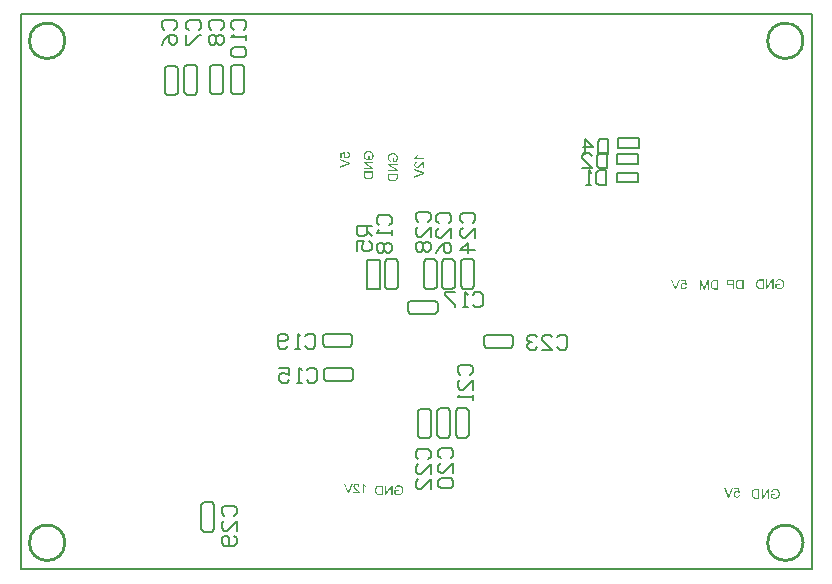
<source format=gbo>
%FSLAX25Y25*%
%MOIN*%
G70*
G01*
G75*
G04 Layer_Color=32896*
%ADD10R,0.02756X0.03347*%
%ADD11R,0.04724X0.04331*%
%ADD12R,0.07874X0.07874*%
%ADD13O,0.08661X0.02362*%
%ADD14R,0.08071X0.09055*%
%ADD15O,0.05500X0.02500*%
%ADD16R,0.05500X0.02500*%
%ADD17R,0.04724X0.14567*%
%ADD18R,0.07559X0.25590*%
%ADD19R,0.06000X0.05000*%
%ADD20R,0.10630X0.03937*%
%ADD21O,0.00787X0.02559*%
%ADD22O,0.02559X0.00787*%
%ADD23R,0.15748X0.15748*%
%ADD24R,0.03347X0.02756*%
%ADD25O,0.02500X0.05500*%
%ADD26R,0.02500X0.05500*%
%ADD27R,0.05000X0.06000*%
%ADD28C,0.03000*%
%ADD29C,0.05000*%
%ADD30C,0.00600*%
%ADD31C,0.00800*%
%ADD32C,0.02000*%
%ADD33C,0.01000*%
%ADD34C,0.01500*%
%ADD35C,0.04000*%
%ADD36R,0.07284X0.19685*%
%ADD37R,0.06800X0.04000*%
%ADD38C,0.00500*%
%ADD39O,0.04724X0.06299*%
%ADD40R,0.04724X0.06299*%
%ADD41C,0.08661*%
%ADD42C,0.03150*%
%ADD43O,0.05906X0.09843*%
%ADD44R,0.05906X0.09843*%
%ADD45C,0.04724*%
%ADD46O,0.09252X0.07087*%
%ADD47O,0.05315X0.12205*%
%ADD48R,0.13386X0.04724*%
%ADD49R,0.04724X0.13386*%
%ADD50C,0.03000*%
%ADD51C,0.04000*%
%ADD52C,0.02000*%
%ADD53C,0.02598*%
%ADD54R,0.02362X0.02362*%
%ADD55R,0.15000X0.11400*%
%ADD56C,0.00984*%
%ADD57C,0.00394*%
%ADD58C,0.00591*%
%ADD59C,0.00787*%
%ADD60R,0.03556X0.04147*%
%ADD61R,0.05524X0.05131*%
%ADD62R,0.08674X0.08674*%
%ADD63O,0.09461X0.03162*%
%ADD64R,0.08871X0.09855*%
%ADD65O,0.06300X0.03300*%
%ADD66R,0.06300X0.03300*%
%ADD67R,0.05524X0.15367*%
%ADD68R,0.08359X0.26391*%
%ADD69R,0.06800X0.05800*%
%ADD70R,0.11430X0.04737*%
%ADD71R,0.00800X0.00800*%
%ADD72R,0.00800X0.00800*%
%ADD73O,0.01587X0.03359*%
%ADD74O,0.03359X0.01587*%
%ADD75R,0.16548X0.16548*%
%ADD76R,0.04147X0.03556*%
%ADD77O,0.03300X0.06300*%
%ADD78R,0.03300X0.06300*%
%ADD79R,0.05800X0.06800*%
%ADD80O,0.05524X0.07099*%
%ADD81R,0.05524X0.07099*%
%ADD82C,0.09461*%
%ADD83C,0.03950*%
%ADD84O,0.06706X0.10642*%
%ADD85R,0.06706X0.10642*%
%ADD86C,0.05524*%
%ADD87O,0.10052X0.07887*%
%ADD88O,0.06115X0.13005*%
%ADD89R,0.14186X0.05524*%
%ADD90R,0.05524X0.14186*%
%ADD91R,0.03162X0.03162*%
%ADD92C,0.03398*%
G36*
X241000Y-91700D02*
X239844D01*
X239740Y-91697D01*
X239643Y-91693D01*
X239557Y-91683D01*
X239480Y-91672D01*
X239449Y-91669D01*
X239421Y-91665D01*
X239393Y-91658D01*
X239373Y-91655D01*
X239355Y-91651D01*
X239345D01*
X239338Y-91648D01*
X239334D01*
X239255Y-91624D01*
X239178Y-91599D01*
X239112Y-91572D01*
X239057Y-91547D01*
X239012Y-91523D01*
X238977Y-91506D01*
X238956Y-91492D01*
X238953Y-91488D01*
X238949D01*
X238890Y-91443D01*
X238835Y-91398D01*
X238786Y-91350D01*
X238744Y-91301D01*
X238706Y-91259D01*
X238682Y-91228D01*
X238672Y-91214D01*
X238665Y-91204D01*
X238658Y-91200D01*
Y-91197D01*
X238609Y-91124D01*
X238567Y-91048D01*
X238529Y-90968D01*
X238498Y-90895D01*
X238474Y-90829D01*
X238463Y-90801D01*
X238453Y-90777D01*
X238450Y-90760D01*
X238443Y-90746D01*
X238439Y-90735D01*
Y-90732D01*
X238411Y-90621D01*
X238391Y-90510D01*
X238373Y-90402D01*
X238363Y-90302D01*
X238359Y-90257D01*
X238356Y-90215D01*
Y-90177D01*
X238352Y-90145D01*
Y-90118D01*
Y-90100D01*
Y-90087D01*
Y-90083D01*
X238359Y-89927D01*
X238363Y-89854D01*
X238373Y-89785D01*
X238384Y-89719D01*
X238394Y-89656D01*
X238404Y-89597D01*
X238415Y-89542D01*
X238429Y-89493D01*
X238439Y-89451D01*
X238450Y-89413D01*
X238460Y-89382D01*
X238470Y-89358D01*
X238474Y-89337D01*
X238481Y-89327D01*
Y-89323D01*
X238533Y-89205D01*
X238592Y-89097D01*
X238623Y-89049D01*
X238654Y-89004D01*
X238685Y-88962D01*
X238717Y-88924D01*
X238744Y-88889D01*
X238772Y-88862D01*
X238796Y-88834D01*
X238817Y-88813D01*
X238835Y-88796D01*
X238849Y-88785D01*
X238856Y-88778D01*
X238859Y-88775D01*
X238935Y-88716D01*
X239015Y-88667D01*
X239091Y-88629D01*
X239164Y-88598D01*
X239230Y-88573D01*
X239258Y-88567D01*
X239282Y-88560D01*
X239300Y-88553D01*
X239314Y-88549D01*
X239324Y-88546D01*
X239328D01*
X239366Y-88539D01*
X239407Y-88528D01*
X239501Y-88518D01*
X239595Y-88508D01*
X239688Y-88504D01*
X239730Y-88501D01*
X239772D01*
X239806Y-88497D01*
X241000D01*
Y-91700D01*
D02*
G37*
G36*
X237769D02*
X237346D01*
Y-90399D01*
X236527D01*
X236402Y-90395D01*
X236291Y-90385D01*
X236187Y-90371D01*
X236090Y-90354D01*
X236007Y-90333D01*
X235927Y-90308D01*
X235861Y-90284D01*
X235799Y-90257D01*
X235746Y-90232D01*
X235701Y-90208D01*
X235663Y-90184D01*
X235635Y-90163D01*
X235611Y-90142D01*
X235597Y-90128D01*
X235587Y-90121D01*
X235583Y-90118D01*
X235538Y-90062D01*
X235497Y-90007D01*
X235462Y-89948D01*
X235434Y-89889D01*
X235406Y-89830D01*
X235385Y-89774D01*
X235368Y-89719D01*
X235354Y-89667D01*
X235344Y-89614D01*
X235337Y-89569D01*
X235330Y-89531D01*
X235327Y-89497D01*
X235323Y-89465D01*
Y-89445D01*
Y-89431D01*
Y-89427D01*
X235327Y-89340D01*
X235337Y-89257D01*
X235354Y-89184D01*
X235372Y-89118D01*
X235392Y-89066D01*
X235399Y-89042D01*
X235406Y-89025D01*
X235413Y-89011D01*
X235420Y-89000D01*
X235424Y-88993D01*
Y-88990D01*
X235462Y-88917D01*
X235504Y-88858D01*
X235549Y-88802D01*
X235587Y-88761D01*
X235625Y-88726D01*
X235653Y-88702D01*
X235673Y-88685D01*
X235677Y-88681D01*
X235681D01*
X235743Y-88643D01*
X235809Y-88612D01*
X235875Y-88584D01*
X235937Y-88563D01*
X235993Y-88546D01*
X236017Y-88542D01*
X236038Y-88535D01*
X236052Y-88532D01*
X236066D01*
X236073Y-88528D01*
X236076D01*
X236107Y-88521D01*
X236145Y-88518D01*
X236222Y-88511D01*
X236302Y-88504D01*
X236381Y-88501D01*
X236451Y-88497D01*
X237769D01*
Y-91700D01*
D02*
G37*
G36*
X251019Y-91600D02*
X250613D01*
Y-89088D01*
X248934Y-91600D01*
X248496D01*
Y-88397D01*
X248902D01*
Y-90913D01*
X250585Y-88397D01*
X251019D01*
Y-91600D01*
D02*
G37*
G36*
X109002Y-45915D02*
X109074Y-45929D01*
X109140Y-45946D01*
X109203Y-45971D01*
X109258Y-45995D01*
X109314Y-46019D01*
X109362Y-46047D01*
X109404Y-46075D01*
X109446Y-46103D01*
X109481Y-46127D01*
X109508Y-46151D01*
X109532Y-46176D01*
X109553Y-46193D01*
X109567Y-46207D01*
X109574Y-46214D01*
X109578Y-46217D01*
X109619Y-46273D01*
X109657Y-46328D01*
X109689Y-46387D01*
X109716Y-46446D01*
X109741Y-46505D01*
X109762Y-46564D01*
X109779Y-46623D01*
X109789Y-46679D01*
X109800Y-46731D01*
X109807Y-46779D01*
X109814Y-46821D01*
X109817Y-46859D01*
X109820Y-46890D01*
Y-46911D01*
Y-46929D01*
Y-46932D01*
X109817Y-47029D01*
X109803Y-47119D01*
X109786Y-47206D01*
X109758Y-47286D01*
X109730Y-47362D01*
X109699Y-47432D01*
X109661Y-47494D01*
X109626Y-47550D01*
X109591Y-47602D01*
X109553Y-47647D01*
X109522Y-47685D01*
X109491Y-47716D01*
X109467Y-47740D01*
X109449Y-47758D01*
X109435Y-47768D01*
X109432Y-47772D01*
X109373Y-47817D01*
X109310Y-47855D01*
X109245Y-47890D01*
X109182Y-47917D01*
X109120Y-47942D01*
X109057Y-47962D01*
X108995Y-47980D01*
X108939Y-47994D01*
X108884Y-48004D01*
X108835Y-48011D01*
X108793Y-48018D01*
X108755Y-48022D01*
X108724Y-48025D01*
X108682D01*
X108599Y-48022D01*
X108519Y-48011D01*
X108443Y-47997D01*
X108373Y-47980D01*
X108304Y-47959D01*
X108245Y-47931D01*
X108186Y-47907D01*
X108134Y-47879D01*
X108089Y-47851D01*
X108051Y-47827D01*
X108013Y-47803D01*
X107985Y-47779D01*
X107964Y-47761D01*
X107947Y-47747D01*
X107936Y-47737D01*
X107933Y-47734D01*
X107881Y-47678D01*
X107836Y-47619D01*
X107798Y-47560D01*
X107763Y-47501D01*
X107735Y-47442D01*
X107711Y-47383D01*
X107693Y-47328D01*
X107676Y-47272D01*
X107666Y-47223D01*
X107655Y-47175D01*
X107652Y-47133D01*
X107645Y-47098D01*
Y-47071D01*
X107641Y-47046D01*
Y-47033D01*
Y-47029D01*
X107645Y-46970D01*
X107648Y-46911D01*
X107659Y-46856D01*
X107673Y-46800D01*
X107704Y-46699D01*
X107725Y-46651D01*
X107742Y-46609D01*
X107759Y-46568D01*
X107780Y-46533D01*
X107798Y-46502D01*
X107811Y-46474D01*
X107825Y-46453D01*
X107832Y-46439D01*
X107839Y-46429D01*
X107843Y-46425D01*
X106982Y-46595D01*
Y-47876D01*
X106607D01*
Y-46283D01*
X108252Y-45974D01*
X108304Y-46342D01*
X108256Y-46377D01*
X108210Y-46415D01*
X108172Y-46457D01*
X108138Y-46491D01*
X108113Y-46526D01*
X108092Y-46554D01*
X108082Y-46571D01*
X108079Y-46578D01*
X108047Y-46637D01*
X108027Y-46696D01*
X108009Y-46755D01*
X107999Y-46810D01*
X107992Y-46856D01*
X107988Y-46894D01*
Y-46908D01*
Y-46918D01*
Y-46922D01*
Y-46925D01*
X107992Y-46981D01*
X107995Y-47033D01*
X108006Y-47085D01*
X108020Y-47130D01*
X108051Y-47216D01*
X108068Y-47251D01*
X108086Y-47286D01*
X108106Y-47317D01*
X108124Y-47341D01*
X108141Y-47366D01*
X108155Y-47383D01*
X108169Y-47397D01*
X108179Y-47411D01*
X108183Y-47414D01*
X108186Y-47418D01*
X108224Y-47452D01*
X108266Y-47480D01*
X108308Y-47508D01*
X108349Y-47529D01*
X108440Y-47563D01*
X108523Y-47584D01*
X108564Y-47591D01*
X108599Y-47598D01*
X108634Y-47602D01*
X108661Y-47605D01*
X108686Y-47609D01*
X108717D01*
X108783Y-47605D01*
X108842Y-47602D01*
X108901Y-47591D01*
X108957Y-47577D01*
X109005Y-47563D01*
X109054Y-47546D01*
X109095Y-47529D01*
X109134Y-47511D01*
X109168Y-47491D01*
X109199Y-47473D01*
X109224Y-47456D01*
X109248Y-47442D01*
X109265Y-47428D01*
X109276Y-47418D01*
X109283Y-47414D01*
X109286Y-47411D01*
X109324Y-47373D01*
X109355Y-47334D01*
X109383Y-47296D01*
X109408Y-47255D01*
X109428Y-47213D01*
X109446Y-47175D01*
X109470Y-47098D01*
X109487Y-47033D01*
X109491Y-47005D01*
X109494Y-46981D01*
X109498Y-46960D01*
Y-46946D01*
Y-46935D01*
Y-46932D01*
X109494Y-46887D01*
X109491Y-46845D01*
X109474Y-46769D01*
X109449Y-46699D01*
X109422Y-46640D01*
X109397Y-46592D01*
X109373Y-46557D01*
X109362Y-46543D01*
X109355Y-46533D01*
X109349Y-46529D01*
Y-46526D01*
X109317Y-46498D01*
X109286Y-46470D01*
X109217Y-46425D01*
X109140Y-46387D01*
X109067Y-46359D01*
X109002Y-46342D01*
X108970Y-46332D01*
X108946Y-46328D01*
X108925Y-46325D01*
X108911Y-46321D01*
X108901Y-46318D01*
X108897D01*
X108929Y-45905D01*
X109002Y-45915D01*
D02*
G37*
G36*
X132442Y-47069D02*
X132411Y-47142D01*
X132376Y-47212D01*
X132345Y-47274D01*
X132314Y-47330D01*
X132304Y-47354D01*
X132290Y-47375D01*
X132283Y-47392D01*
X132276Y-47403D01*
X132269Y-47409D01*
Y-47413D01*
X132217Y-47496D01*
X132168Y-47569D01*
X132123Y-47635D01*
X132081Y-47687D01*
X132047Y-47732D01*
X132022Y-47763D01*
X132005Y-47781D01*
X131998Y-47788D01*
X134500D01*
Y-48180D01*
X131287D01*
Y-47927D01*
X131367Y-47881D01*
X131443Y-47829D01*
X131516Y-47770D01*
X131578Y-47711D01*
X131637Y-47659D01*
X131658Y-47635D01*
X131679Y-47618D01*
X131696Y-47600D01*
X131707Y-47586D01*
X131714Y-47580D01*
X131717Y-47576D01*
X131797Y-47482D01*
X131866Y-47382D01*
X131932Y-47284D01*
X131988Y-47194D01*
X132009Y-47156D01*
X132029Y-47118D01*
X132050Y-47083D01*
X132064Y-47056D01*
X132074Y-47031D01*
X132085Y-47014D01*
X132088Y-47003D01*
X132092Y-47000D01*
X132470D01*
X132442Y-47069D01*
D02*
G37*
G36*
X232639Y-91806D02*
X231484D01*
X231380Y-91803D01*
X231282Y-91799D01*
X231196Y-91789D01*
X231119Y-91779D01*
X231088Y-91775D01*
X231060Y-91772D01*
X231033Y-91765D01*
X231012Y-91761D01*
X230995Y-91758D01*
X230984D01*
X230977Y-91754D01*
X230974D01*
X230894Y-91730D01*
X230818Y-91706D01*
X230752Y-91678D01*
X230696Y-91654D01*
X230651Y-91629D01*
X230616Y-91612D01*
X230595Y-91598D01*
X230592Y-91595D01*
X230589D01*
X230529Y-91549D01*
X230474Y-91504D01*
X230425Y-91456D01*
X230384Y-91407D01*
X230346Y-91366D01*
X230321Y-91334D01*
X230311Y-91321D01*
X230304Y-91310D01*
X230297Y-91307D01*
Y-91303D01*
X230248Y-91230D01*
X230207Y-91154D01*
X230169Y-91074D01*
X230137Y-91001D01*
X230113Y-90935D01*
X230103Y-90908D01*
X230092Y-90883D01*
X230089Y-90866D01*
X230082Y-90852D01*
X230078Y-90842D01*
Y-90838D01*
X230051Y-90727D01*
X230030Y-90616D01*
X230012Y-90509D01*
X230002Y-90408D01*
X229999Y-90363D01*
X229995Y-90321D01*
Y-90283D01*
X229992Y-90252D01*
Y-90224D01*
Y-90207D01*
Y-90193D01*
Y-90189D01*
X229999Y-90033D01*
X230002Y-89960D01*
X230012Y-89891D01*
X230023Y-89825D01*
X230033Y-89763D01*
X230044Y-89704D01*
X230054Y-89648D01*
X230068Y-89599D01*
X230078Y-89558D01*
X230089Y-89520D01*
X230099Y-89488D01*
X230110Y-89464D01*
X230113Y-89443D01*
X230120Y-89433D01*
Y-89429D01*
X230172Y-89311D01*
X230231Y-89204D01*
X230262Y-89155D01*
X230293Y-89110D01*
X230325Y-89069D01*
X230356Y-89030D01*
X230384Y-88996D01*
X230412Y-88968D01*
X230436Y-88940D01*
X230457Y-88919D01*
X230474Y-88902D01*
X230488Y-88892D01*
X230495Y-88885D01*
X230498Y-88881D01*
X230575Y-88822D01*
X230654Y-88774D01*
X230731Y-88735D01*
X230804Y-88704D01*
X230870Y-88680D01*
X230897Y-88673D01*
X230922Y-88666D01*
X230939Y-88659D01*
X230953Y-88656D01*
X230963Y-88652D01*
X230967D01*
X231005Y-88645D01*
X231047Y-88635D01*
X231140Y-88624D01*
X231234Y-88614D01*
X231328Y-88611D01*
X231369Y-88607D01*
X231411D01*
X231446Y-88604D01*
X232639D01*
Y-91806D01*
D02*
G37*
G36*
X109768Y-49465D02*
Y-49902D01*
X106566Y-51151D01*
Y-50721D01*
X108894Y-49857D01*
X108991Y-49822D01*
X109085Y-49788D01*
X109175Y-49757D01*
X109255Y-49732D01*
X109290Y-49722D01*
X109321Y-49711D01*
X109349Y-49705D01*
X109373Y-49698D01*
X109390Y-49691D01*
X109408Y-49687D01*
X109415Y-49684D01*
X109418D01*
X109324Y-49656D01*
X109231Y-49628D01*
X109144Y-49600D01*
X109064Y-49576D01*
X109026Y-49562D01*
X108995Y-49552D01*
X108967Y-49541D01*
X108943Y-49534D01*
X108922Y-49527D01*
X108908Y-49520D01*
X108897Y-49517D01*
X108894D01*
X106566Y-48684D01*
Y-48223D01*
X109768Y-49465D01*
D02*
G37*
G36*
X125700Y-54271D02*
X125697Y-54375D01*
X125693Y-54472D01*
X125683Y-54559D01*
X125672Y-54635D01*
X125669Y-54666D01*
X125665Y-54694D01*
X125658Y-54722D01*
X125655Y-54742D01*
X125651Y-54760D01*
Y-54770D01*
X125648Y-54777D01*
Y-54781D01*
X125624Y-54861D01*
X125599Y-54937D01*
X125572Y-55003D01*
X125547Y-55058D01*
X125523Y-55103D01*
X125506Y-55138D01*
X125492Y-55159D01*
X125488Y-55162D01*
Y-55166D01*
X125443Y-55225D01*
X125398Y-55280D01*
X125349Y-55329D01*
X125301Y-55371D01*
X125259Y-55409D01*
X125228Y-55433D01*
X125214Y-55443D01*
X125204Y-55450D01*
X125200Y-55457D01*
X125197D01*
X125124Y-55506D01*
X125048Y-55548D01*
X124968Y-55586D01*
X124895Y-55617D01*
X124829Y-55641D01*
X124801Y-55652D01*
X124777Y-55662D01*
X124760Y-55665D01*
X124746Y-55673D01*
X124735Y-55676D01*
X124732D01*
X124621Y-55704D01*
X124510Y-55725D01*
X124402Y-55742D01*
X124302Y-55752D01*
X124257Y-55756D01*
X124215Y-55759D01*
X124177D01*
X124145Y-55763D01*
X124083D01*
X123927Y-55756D01*
X123854Y-55752D01*
X123785Y-55742D01*
X123719Y-55731D01*
X123656Y-55721D01*
X123597Y-55711D01*
X123542Y-55700D01*
X123493Y-55686D01*
X123451Y-55676D01*
X123413Y-55665D01*
X123382Y-55655D01*
X123358Y-55645D01*
X123337Y-55641D01*
X123327Y-55634D01*
X123323D01*
X123205Y-55582D01*
X123098Y-55523D01*
X123049Y-55492D01*
X123004Y-55461D01*
X122962Y-55430D01*
X122924Y-55398D01*
X122889Y-55371D01*
X122862Y-55343D01*
X122834Y-55318D01*
X122813Y-55298D01*
X122796Y-55280D01*
X122785Y-55266D01*
X122778Y-55260D01*
X122775Y-55256D01*
X122716Y-55180D01*
X122667Y-55100D01*
X122629Y-55024D01*
X122598Y-54951D01*
X122573Y-54885D01*
X122567Y-54857D01*
X122560Y-54833D01*
X122553Y-54815D01*
X122549Y-54801D01*
X122546Y-54791D01*
Y-54788D01*
X122539Y-54750D01*
X122528Y-54708D01*
X122518Y-54614D01*
X122508Y-54520D01*
X122504Y-54427D01*
X122501Y-54385D01*
Y-54343D01*
X122497Y-54309D01*
Y-54277D01*
Y-54250D01*
Y-54232D01*
Y-54219D01*
Y-54215D01*
Y-53115D01*
X125700D01*
Y-54271D01*
D02*
G37*
G36*
X117600Y-53571D02*
X117596Y-53675D01*
X117593Y-53772D01*
X117583Y-53859D01*
X117572Y-53935D01*
X117569Y-53966D01*
X117565Y-53994D01*
X117558Y-54022D01*
X117555Y-54043D01*
X117551Y-54060D01*
Y-54070D01*
X117548Y-54077D01*
Y-54081D01*
X117524Y-54160D01*
X117499Y-54237D01*
X117472Y-54303D01*
X117447Y-54358D01*
X117423Y-54403D01*
X117406Y-54438D01*
X117392Y-54459D01*
X117388Y-54462D01*
Y-54466D01*
X117343Y-54525D01*
X117298Y-54580D01*
X117250Y-54629D01*
X117201Y-54671D01*
X117159Y-54709D01*
X117128Y-54733D01*
X117114Y-54743D01*
X117104Y-54750D01*
X117100Y-54757D01*
X117097D01*
X117024Y-54806D01*
X116948Y-54848D01*
X116868Y-54886D01*
X116795Y-54917D01*
X116729Y-54941D01*
X116701Y-54952D01*
X116677Y-54962D01*
X116660Y-54966D01*
X116646Y-54972D01*
X116635Y-54976D01*
X116632D01*
X116521Y-55004D01*
X116410Y-55024D01*
X116302Y-55042D01*
X116202Y-55052D01*
X116156Y-55056D01*
X116115Y-55059D01*
X116077D01*
X116045Y-55063D01*
X115983D01*
X115827Y-55056D01*
X115754Y-55052D01*
X115685Y-55042D01*
X115619Y-55032D01*
X115556Y-55021D01*
X115497Y-55011D01*
X115442Y-55000D01*
X115393Y-54986D01*
X115351Y-54976D01*
X115313Y-54966D01*
X115282Y-54955D01*
X115258Y-54945D01*
X115237Y-54941D01*
X115226Y-54934D01*
X115223D01*
X115105Y-54882D01*
X114997Y-54823D01*
X114949Y-54792D01*
X114904Y-54761D01*
X114862Y-54730D01*
X114824Y-54698D01*
X114789Y-54671D01*
X114761Y-54643D01*
X114734Y-54619D01*
X114713Y-54598D01*
X114696Y-54580D01*
X114685Y-54567D01*
X114678Y-54559D01*
X114675Y-54556D01*
X114616Y-54480D01*
X114567Y-54400D01*
X114529Y-54324D01*
X114498Y-54251D01*
X114473Y-54185D01*
X114467Y-54157D01*
X114460Y-54133D01*
X114453Y-54115D01*
X114449Y-54102D01*
X114446Y-54091D01*
Y-54088D01*
X114439Y-54049D01*
X114428Y-54008D01*
X114418Y-53914D01*
X114408Y-53820D01*
X114404Y-53727D01*
X114401Y-53685D01*
Y-53644D01*
X114397Y-53609D01*
Y-53578D01*
Y-53550D01*
Y-53532D01*
Y-53518D01*
Y-53515D01*
Y-52415D01*
X117600D01*
Y-53571D01*
D02*
G37*
G36*
X124201Y-46303D02*
X124288Y-46307D01*
X124367Y-46317D01*
X124447Y-46331D01*
X124520Y-46345D01*
X124593Y-46363D01*
X124659Y-46380D01*
X124718Y-46397D01*
X124774Y-46415D01*
X124822Y-46432D01*
X124864Y-46449D01*
X124902Y-46463D01*
X124930Y-46477D01*
X124951Y-46487D01*
X124964Y-46491D01*
X124968Y-46494D01*
X125037Y-46532D01*
X125103Y-46578D01*
X125162Y-46623D01*
X125221Y-46668D01*
X125273Y-46716D01*
X125318Y-46765D01*
X125363Y-46814D01*
X125402Y-46859D01*
X125436Y-46904D01*
X125468Y-46945D01*
X125492Y-46984D01*
X125513Y-47015D01*
X125530Y-47039D01*
X125540Y-47060D01*
X125547Y-47074D01*
X125551Y-47077D01*
X125585Y-47150D01*
X125617Y-47227D01*
X125645Y-47299D01*
X125665Y-47372D01*
X125686Y-47449D01*
X125704Y-47518D01*
X125717Y-47587D01*
X125728Y-47650D01*
X125735Y-47709D01*
X125742Y-47764D01*
X125745Y-47813D01*
X125749Y-47855D01*
X125752Y-47889D01*
Y-47914D01*
Y-47927D01*
Y-47934D01*
X125745Y-48063D01*
X125731Y-48188D01*
X125714Y-48302D01*
X125700Y-48354D01*
X125690Y-48406D01*
X125679Y-48451D01*
X125665Y-48490D01*
X125655Y-48528D01*
X125648Y-48555D01*
X125637Y-48583D01*
X125634Y-48601D01*
X125627Y-48611D01*
Y-48614D01*
X125575Y-48739D01*
X125516Y-48857D01*
X125454Y-48965D01*
X125422Y-49017D01*
X125395Y-49062D01*
X125367Y-49104D01*
X125339Y-49142D01*
X125318Y-49177D01*
X125297Y-49204D01*
X125280Y-49229D01*
X125266Y-49246D01*
X125259Y-49256D01*
X125256Y-49260D01*
X124066D01*
Y-47903D01*
X124444D01*
Y-48844D01*
X125044D01*
X125089Y-48788D01*
X125127Y-48726D01*
X125166Y-48660D01*
X125200Y-48594D01*
X125228Y-48535D01*
X125242Y-48510D01*
X125252Y-48490D01*
X125259Y-48469D01*
X125266Y-48455D01*
X125270Y-48448D01*
Y-48445D01*
X125304Y-48347D01*
X125329Y-48250D01*
X125349Y-48160D01*
X125360Y-48080D01*
X125363Y-48042D01*
X125367Y-48011D01*
X125370Y-47983D01*
Y-47959D01*
X125374Y-47938D01*
Y-47924D01*
Y-47914D01*
Y-47910D01*
X125367Y-47792D01*
X125353Y-47681D01*
X125329Y-47580D01*
X125318Y-47532D01*
X125304Y-47490D01*
X125291Y-47452D01*
X125280Y-47417D01*
X125266Y-47386D01*
X125256Y-47358D01*
X125249Y-47337D01*
X125242Y-47324D01*
X125235Y-47313D01*
Y-47310D01*
X125207Y-47258D01*
X125176Y-47209D01*
X125110Y-47126D01*
X125037Y-47053D01*
X124968Y-46990D01*
X124905Y-46945D01*
X124878Y-46925D01*
X124857Y-46911D01*
X124836Y-46897D01*
X124822Y-46890D01*
X124812Y-46886D01*
X124808Y-46883D01*
X124694Y-46834D01*
X124572Y-46800D01*
X124454Y-46772D01*
X124340Y-46755D01*
X124288Y-46751D01*
X124239Y-46744D01*
X124197Y-46741D01*
X124159D01*
X124132Y-46737D01*
X124090D01*
X123961Y-46744D01*
X123840Y-46758D01*
X123732Y-46775D01*
X123680Y-46786D01*
X123635Y-46800D01*
X123594Y-46810D01*
X123556Y-46821D01*
X123524Y-46831D01*
X123497Y-46841D01*
X123472Y-46848D01*
X123458Y-46855D01*
X123448Y-46859D01*
X123444D01*
X123382Y-46886D01*
X123323Y-46918D01*
X123267Y-46952D01*
X123222Y-46984D01*
X123184Y-47011D01*
X123153Y-47036D01*
X123136Y-47049D01*
X123129Y-47056D01*
X123077Y-47109D01*
X123032Y-47168D01*
X122990Y-47223D01*
X122955Y-47278D01*
X122927Y-47327D01*
X122910Y-47365D01*
X122903Y-47379D01*
X122896Y-47390D01*
X122893Y-47396D01*
Y-47400D01*
X122862Y-47483D01*
X122841Y-47567D01*
X122823Y-47653D01*
X122813Y-47730D01*
X122810Y-47768D01*
X122806Y-47799D01*
Y-47830D01*
X122802Y-47855D01*
Y-47875D01*
Y-47889D01*
Y-47900D01*
Y-47903D01*
X122806Y-47990D01*
X122816Y-48073D01*
X122830Y-48146D01*
X122844Y-48212D01*
X122862Y-48264D01*
X122869Y-48288D01*
X122875Y-48306D01*
X122882Y-48320D01*
X122886Y-48330D01*
X122889Y-48337D01*
Y-48340D01*
X122924Y-48410D01*
X122959Y-48472D01*
X122997Y-48524D01*
X123032Y-48569D01*
X123066Y-48601D01*
X123091Y-48625D01*
X123108Y-48642D01*
X123115Y-48646D01*
X123170Y-48684D01*
X123233Y-48719D01*
X123295Y-48750D01*
X123358Y-48778D01*
X123413Y-48798D01*
X123438Y-48805D01*
X123455Y-48812D01*
X123472Y-48819D01*
X123486Y-48823D01*
X123493Y-48826D01*
X123497D01*
X123392Y-49211D01*
X123278Y-49177D01*
X123174Y-49139D01*
X123129Y-49118D01*
X123084Y-49097D01*
X123046Y-49079D01*
X123011Y-49059D01*
X122976Y-49041D01*
X122948Y-49024D01*
X122924Y-49007D01*
X122903Y-48996D01*
X122889Y-48982D01*
X122879Y-48975D01*
X122872Y-48972D01*
X122869Y-48968D01*
X122796Y-48902D01*
X122733Y-48833D01*
X122681Y-48760D01*
X122636Y-48687D01*
X122601Y-48625D01*
X122587Y-48597D01*
X122577Y-48573D01*
X122567Y-48555D01*
X122560Y-48542D01*
X122556Y-48531D01*
Y-48528D01*
X122518Y-48420D01*
X122490Y-48313D01*
X122469Y-48205D01*
X122456Y-48108D01*
X122452Y-48063D01*
X122449Y-48025D01*
X122445Y-47990D01*
X122442Y-47959D01*
Y-47934D01*
Y-47914D01*
Y-47903D01*
Y-47900D01*
X122445Y-47813D01*
X122449Y-47726D01*
X122459Y-47643D01*
X122473Y-47567D01*
X122487Y-47490D01*
X122504Y-47421D01*
X122521Y-47355D01*
X122539Y-47296D01*
X122560Y-47244D01*
X122577Y-47195D01*
X122594Y-47154D01*
X122608Y-47119D01*
X122622Y-47091D01*
X122633Y-47070D01*
X122636Y-47056D01*
X122640Y-47053D01*
X122678Y-46987D01*
X122723Y-46925D01*
X122768Y-46866D01*
X122816Y-46814D01*
X122869Y-46762D01*
X122917Y-46716D01*
X122966Y-46675D01*
X123014Y-46637D01*
X123063Y-46605D01*
X123104Y-46574D01*
X123143Y-46550D01*
X123177Y-46529D01*
X123205Y-46515D01*
X123226Y-46505D01*
X123240Y-46498D01*
X123243Y-46494D01*
X123320Y-46460D01*
X123396Y-46432D01*
X123472Y-46404D01*
X123549Y-46383D01*
X123694Y-46349D01*
X123764Y-46335D01*
X123830Y-46324D01*
X123889Y-46317D01*
X123944Y-46310D01*
X123993Y-46307D01*
X124034Y-46303D01*
X124069Y-46300D01*
X124114D01*
X124201Y-46303D01*
D02*
G37*
G36*
X125700Y-50287D02*
X123188D01*
X125700Y-51967D01*
Y-52404D01*
X122497D01*
Y-51998D01*
X125013D01*
X122497Y-50315D01*
Y-49881D01*
X125700D01*
Y-50287D01*
D02*
G37*
G36*
X117600Y-49587D02*
X115088D01*
X117600Y-51266D01*
Y-51704D01*
X114397D01*
Y-51298D01*
X116913D01*
X114397Y-49615D01*
Y-49181D01*
X117600D01*
Y-49587D01*
D02*
G37*
G36*
X253087Y-88345D02*
X253174Y-88349D01*
X253257Y-88359D01*
X253333Y-88373D01*
X253410Y-88387D01*
X253479Y-88404D01*
X253545Y-88421D01*
X253604Y-88439D01*
X253656Y-88460D01*
X253705Y-88477D01*
X253746Y-88494D01*
X253781Y-88508D01*
X253809Y-88522D01*
X253830Y-88533D01*
X253843Y-88536D01*
X253847Y-88539D01*
X253913Y-88578D01*
X253975Y-88623D01*
X254034Y-88668D01*
X254086Y-88716D01*
X254138Y-88769D01*
X254184Y-88817D01*
X254225Y-88866D01*
X254263Y-88914D01*
X254295Y-88963D01*
X254326Y-89004D01*
X254350Y-89043D01*
X254371Y-89077D01*
X254385Y-89105D01*
X254395Y-89126D01*
X254402Y-89140D01*
X254406Y-89143D01*
X254440Y-89220D01*
X254468Y-89296D01*
X254496Y-89372D01*
X254517Y-89449D01*
X254551Y-89594D01*
X254565Y-89664D01*
X254576Y-89730D01*
X254583Y-89789D01*
X254590Y-89844D01*
X254593Y-89893D01*
X254596Y-89934D01*
X254600Y-89969D01*
Y-89993D01*
Y-90007D01*
Y-90014D01*
X254596Y-90101D01*
X254593Y-90188D01*
X254583Y-90267D01*
X254569Y-90347D01*
X254555Y-90420D01*
X254538Y-90493D01*
X254520Y-90559D01*
X254503Y-90618D01*
X254486Y-90674D01*
X254468Y-90722D01*
X254451Y-90764D01*
X254437Y-90802D01*
X254423Y-90830D01*
X254413Y-90851D01*
X254409Y-90864D01*
X254406Y-90868D01*
X254367Y-90937D01*
X254322Y-91003D01*
X254277Y-91062D01*
X254232Y-91121D01*
X254184Y-91173D01*
X254135Y-91218D01*
X254086Y-91263D01*
X254041Y-91302D01*
X253996Y-91336D01*
X253955Y-91368D01*
X253916Y-91392D01*
X253885Y-91413D01*
X253861Y-91430D01*
X253840Y-91440D01*
X253826Y-91447D01*
X253823Y-91451D01*
X253750Y-91486D01*
X253674Y-91517D01*
X253601Y-91545D01*
X253528Y-91565D01*
X253451Y-91586D01*
X253382Y-91603D01*
X253313Y-91617D01*
X253250Y-91628D01*
X253191Y-91635D01*
X253136Y-91642D01*
X253087Y-91645D01*
X253045Y-91649D01*
X253011Y-91652D01*
X252966D01*
X252837Y-91645D01*
X252712Y-91631D01*
X252598Y-91614D01*
X252546Y-91600D01*
X252494Y-91590D01*
X252449Y-91579D01*
X252410Y-91565D01*
X252372Y-91555D01*
X252344Y-91548D01*
X252317Y-91537D01*
X252299Y-91534D01*
X252289Y-91527D01*
X252286D01*
X252161Y-91475D01*
X252043Y-91416D01*
X251935Y-91354D01*
X251883Y-91322D01*
X251838Y-91295D01*
X251796Y-91267D01*
X251758Y-91239D01*
X251723Y-91218D01*
X251696Y-91198D01*
X251671Y-91180D01*
X251654Y-91166D01*
X251644Y-91159D01*
X251640Y-91156D01*
Y-89966D01*
X252997D01*
Y-90344D01*
X252057D01*
Y-90944D01*
X252112Y-90989D01*
X252174Y-91027D01*
X252240Y-91066D01*
X252306Y-91100D01*
X252365Y-91128D01*
X252390Y-91142D01*
X252410Y-91152D01*
X252431Y-91159D01*
X252445Y-91166D01*
X252452Y-91170D01*
X252455D01*
X252553Y-91204D01*
X252650Y-91229D01*
X252740Y-91250D01*
X252820Y-91260D01*
X252858Y-91263D01*
X252889Y-91267D01*
X252917Y-91270D01*
X252941D01*
X252962Y-91274D01*
X252990D01*
X253108Y-91267D01*
X253219Y-91253D01*
X253320Y-91229D01*
X253368Y-91218D01*
X253410Y-91204D01*
X253448Y-91190D01*
X253483Y-91180D01*
X253514Y-91166D01*
X253542Y-91156D01*
X253562Y-91149D01*
X253576Y-91142D01*
X253587Y-91135D01*
X253590D01*
X253642Y-91107D01*
X253691Y-91076D01*
X253774Y-91010D01*
X253847Y-90937D01*
X253909Y-90868D01*
X253955Y-90805D01*
X253975Y-90778D01*
X253989Y-90757D01*
X254003Y-90736D01*
X254010Y-90722D01*
X254014Y-90712D01*
X254017Y-90708D01*
X254066Y-90594D01*
X254100Y-90472D01*
X254128Y-90354D01*
X254145Y-90240D01*
X254149Y-90188D01*
X254156Y-90139D01*
X254159Y-90097D01*
Y-90059D01*
X254163Y-90032D01*
Y-90007D01*
Y-89993D01*
Y-89990D01*
X254156Y-89862D01*
X254142Y-89740D01*
X254125Y-89632D01*
X254114Y-89581D01*
X254100Y-89535D01*
X254090Y-89494D01*
X254080Y-89455D01*
X254069Y-89424D01*
X254059Y-89397D01*
X254052Y-89372D01*
X254045Y-89358D01*
X254041Y-89348D01*
Y-89345D01*
X254014Y-89282D01*
X253982Y-89223D01*
X253948Y-89167D01*
X253916Y-89122D01*
X253889Y-89084D01*
X253864Y-89053D01*
X253851Y-89036D01*
X253843Y-89029D01*
X253791Y-88977D01*
X253732Y-88932D01*
X253677Y-88890D01*
X253622Y-88855D01*
X253573Y-88828D01*
X253535Y-88810D01*
X253521Y-88803D01*
X253510Y-88796D01*
X253503Y-88793D01*
X253500D01*
X253417Y-88762D01*
X253333Y-88741D01*
X253247Y-88723D01*
X253170Y-88713D01*
X253132Y-88709D01*
X253101Y-88706D01*
X253070D01*
X253045Y-88702D01*
X252997D01*
X252910Y-88706D01*
X252827Y-88716D01*
X252754Y-88730D01*
X252688Y-88744D01*
X252636Y-88762D01*
X252612Y-88769D01*
X252594Y-88775D01*
X252580Y-88782D01*
X252570Y-88786D01*
X252563Y-88789D01*
X252560D01*
X252490Y-88824D01*
X252428Y-88859D01*
X252376Y-88897D01*
X252331Y-88932D01*
X252299Y-88966D01*
X252275Y-88991D01*
X252258Y-89008D01*
X252254Y-89015D01*
X252216Y-89070D01*
X252181Y-89133D01*
X252150Y-89195D01*
X252122Y-89258D01*
X252102Y-89313D01*
X252095Y-89338D01*
X252088Y-89355D01*
X252081Y-89372D01*
X252077Y-89386D01*
X252074Y-89393D01*
Y-89397D01*
X251689Y-89292D01*
X251723Y-89178D01*
X251762Y-89074D01*
X251782Y-89029D01*
X251803Y-88984D01*
X251820Y-88946D01*
X251841Y-88911D01*
X251859Y-88876D01*
X251876Y-88848D01*
X251893Y-88824D01*
X251904Y-88803D01*
X251918Y-88789D01*
X251925Y-88779D01*
X251928Y-88772D01*
X251932Y-88769D01*
X251997Y-88696D01*
X252067Y-88633D01*
X252140Y-88581D01*
X252213Y-88536D01*
X252275Y-88501D01*
X252303Y-88487D01*
X252327Y-88477D01*
X252344Y-88467D01*
X252358Y-88460D01*
X252369Y-88456D01*
X252372D01*
X252480Y-88418D01*
X252587Y-88390D01*
X252695Y-88369D01*
X252792Y-88356D01*
X252837Y-88352D01*
X252875Y-88349D01*
X252910Y-88345D01*
X252941Y-88342D01*
X253000D01*
X253087Y-88345D01*
D02*
G37*
G36*
X247785Y-91600D02*
X246629D01*
X246525Y-91597D01*
X246428Y-91593D01*
X246341Y-91583D01*
X246265Y-91572D01*
X246234Y-91569D01*
X246206Y-91565D01*
X246178Y-91558D01*
X246158Y-91555D01*
X246140Y-91551D01*
X246130D01*
X246123Y-91548D01*
X246119D01*
X246040Y-91524D01*
X245963Y-91499D01*
X245897Y-91472D01*
X245842Y-91447D01*
X245797Y-91423D01*
X245762Y-91406D01*
X245741Y-91392D01*
X245738Y-91388D01*
X245734D01*
X245675Y-91343D01*
X245620Y-91298D01*
X245571Y-91250D01*
X245529Y-91201D01*
X245491Y-91159D01*
X245467Y-91128D01*
X245457Y-91114D01*
X245450Y-91104D01*
X245443Y-91100D01*
Y-91097D01*
X245394Y-91024D01*
X245352Y-90948D01*
X245314Y-90868D01*
X245283Y-90795D01*
X245259Y-90729D01*
X245248Y-90701D01*
X245238Y-90677D01*
X245234Y-90660D01*
X245228Y-90646D01*
X245224Y-90635D01*
Y-90632D01*
X245196Y-90521D01*
X245176Y-90410D01*
X245158Y-90302D01*
X245148Y-90202D01*
X245144Y-90157D01*
X245141Y-90115D01*
Y-90077D01*
X245137Y-90045D01*
Y-90018D01*
Y-90000D01*
Y-89986D01*
Y-89983D01*
X245144Y-89827D01*
X245148Y-89754D01*
X245158Y-89685D01*
X245168Y-89619D01*
X245179Y-89556D01*
X245189Y-89497D01*
X245200Y-89442D01*
X245214Y-89393D01*
X245224Y-89351D01*
X245234Y-89313D01*
X245245Y-89282D01*
X245255Y-89258D01*
X245259Y-89237D01*
X245266Y-89227D01*
Y-89223D01*
X245318Y-89105D01*
X245377Y-88998D01*
X245408Y-88949D01*
X245439Y-88904D01*
X245470Y-88862D01*
X245502Y-88824D01*
X245529Y-88789D01*
X245557Y-88762D01*
X245582Y-88734D01*
X245602Y-88713D01*
X245620Y-88696D01*
X245634Y-88685D01*
X245640Y-88678D01*
X245644Y-88675D01*
X245720Y-88616D01*
X245800Y-88567D01*
X245876Y-88529D01*
X245949Y-88498D01*
X246015Y-88473D01*
X246043Y-88467D01*
X246067Y-88460D01*
X246085Y-88453D01*
X246098Y-88449D01*
X246109Y-88446D01*
X246112D01*
X246151Y-88439D01*
X246192Y-88428D01*
X246286Y-88418D01*
X246380Y-88408D01*
X246473Y-88404D01*
X246515Y-88401D01*
X246556D01*
X246591Y-88397D01*
X247785D01*
Y-91600D01*
D02*
G37*
G36*
X116101Y-45603D02*
X116188Y-45607D01*
X116268Y-45617D01*
X116347Y-45631D01*
X116420Y-45645D01*
X116493Y-45663D01*
X116559Y-45680D01*
X116618Y-45697D01*
X116674Y-45715D01*
X116722Y-45732D01*
X116764Y-45749D01*
X116802Y-45763D01*
X116830Y-45777D01*
X116850Y-45787D01*
X116864Y-45791D01*
X116868Y-45794D01*
X116937Y-45832D01*
X117003Y-45878D01*
X117062Y-45923D01*
X117121Y-45968D01*
X117173Y-46016D01*
X117218Y-46065D01*
X117263Y-46114D01*
X117302Y-46159D01*
X117336Y-46204D01*
X117367Y-46245D01*
X117392Y-46284D01*
X117413Y-46315D01*
X117430Y-46339D01*
X117440Y-46360D01*
X117447Y-46374D01*
X117451Y-46377D01*
X117485Y-46450D01*
X117517Y-46527D01*
X117544Y-46599D01*
X117565Y-46672D01*
X117586Y-46749D01*
X117604Y-46818D01*
X117617Y-46887D01*
X117628Y-46950D01*
X117635Y-47009D01*
X117642Y-47064D01*
X117645Y-47113D01*
X117649Y-47155D01*
X117652Y-47189D01*
Y-47214D01*
Y-47227D01*
Y-47234D01*
X117645Y-47363D01*
X117631Y-47488D01*
X117614Y-47602D01*
X117600Y-47654D01*
X117590Y-47706D01*
X117579Y-47751D01*
X117565Y-47790D01*
X117555Y-47828D01*
X117548Y-47855D01*
X117537Y-47883D01*
X117534Y-47901D01*
X117527Y-47911D01*
Y-47914D01*
X117475Y-48039D01*
X117416Y-48157D01*
X117354Y-48265D01*
X117322Y-48317D01*
X117295Y-48362D01*
X117267Y-48404D01*
X117239Y-48442D01*
X117218Y-48477D01*
X117198Y-48504D01*
X117180Y-48529D01*
X117166Y-48546D01*
X117159Y-48556D01*
X117156Y-48560D01*
X115966D01*
Y-47203D01*
X116344D01*
Y-48144D01*
X116944D01*
X116989Y-48088D01*
X117027Y-48026D01*
X117066Y-47960D01*
X117100Y-47894D01*
X117128Y-47835D01*
X117142Y-47810D01*
X117152Y-47790D01*
X117159Y-47769D01*
X117166Y-47755D01*
X117170Y-47748D01*
Y-47745D01*
X117204Y-47647D01*
X117229Y-47550D01*
X117250Y-47460D01*
X117260Y-47380D01*
X117263Y-47342D01*
X117267Y-47311D01*
X117270Y-47283D01*
Y-47259D01*
X117274Y-47238D01*
Y-47224D01*
Y-47214D01*
Y-47210D01*
X117267Y-47092D01*
X117253Y-46981D01*
X117229Y-46880D01*
X117218Y-46832D01*
X117204Y-46790D01*
X117191Y-46752D01*
X117180Y-46717D01*
X117166Y-46686D01*
X117156Y-46658D01*
X117149Y-46637D01*
X117142Y-46624D01*
X117135Y-46613D01*
Y-46610D01*
X117107Y-46558D01*
X117076Y-46509D01*
X117010Y-46426D01*
X116937Y-46353D01*
X116868Y-46290D01*
X116805Y-46245D01*
X116778Y-46225D01*
X116757Y-46211D01*
X116736Y-46197D01*
X116722Y-46190D01*
X116712Y-46186D01*
X116708Y-46183D01*
X116594Y-46134D01*
X116472Y-46100D01*
X116354Y-46072D01*
X116240Y-46055D01*
X116188Y-46051D01*
X116139Y-46044D01*
X116097Y-46041D01*
X116059D01*
X116032Y-46037D01*
X115990D01*
X115861Y-46044D01*
X115740Y-46058D01*
X115632Y-46075D01*
X115580Y-46086D01*
X115535Y-46100D01*
X115494Y-46110D01*
X115455Y-46121D01*
X115424Y-46131D01*
X115397Y-46141D01*
X115372Y-46148D01*
X115358Y-46155D01*
X115348Y-46159D01*
X115345D01*
X115282Y-46186D01*
X115223Y-46218D01*
X115167Y-46252D01*
X115122Y-46284D01*
X115084Y-46311D01*
X115053Y-46336D01*
X115036Y-46349D01*
X115029Y-46356D01*
X114977Y-46409D01*
X114932Y-46468D01*
X114890Y-46523D01*
X114855Y-46578D01*
X114828Y-46627D01*
X114810Y-46665D01*
X114803Y-46679D01*
X114796Y-46690D01*
X114793Y-46696D01*
Y-46700D01*
X114761Y-46783D01*
X114741Y-46867D01*
X114723Y-46953D01*
X114713Y-47030D01*
X114709Y-47068D01*
X114706Y-47099D01*
Y-47130D01*
X114702Y-47155D01*
Y-47175D01*
Y-47189D01*
Y-47200D01*
Y-47203D01*
X114706Y-47290D01*
X114716Y-47373D01*
X114730Y-47446D01*
X114744Y-47512D01*
X114761Y-47564D01*
X114769Y-47588D01*
X114775Y-47606D01*
X114782Y-47620D01*
X114786Y-47630D01*
X114789Y-47637D01*
Y-47640D01*
X114824Y-47710D01*
X114859Y-47772D01*
X114897Y-47824D01*
X114932Y-47869D01*
X114966Y-47901D01*
X114991Y-47925D01*
X115008Y-47942D01*
X115015Y-47946D01*
X115070Y-47984D01*
X115133Y-48019D01*
X115195Y-48050D01*
X115258Y-48078D01*
X115313Y-48098D01*
X115338Y-48105D01*
X115355Y-48112D01*
X115372Y-48119D01*
X115386Y-48123D01*
X115393Y-48126D01*
X115397D01*
X115293Y-48511D01*
X115178Y-48477D01*
X115074Y-48439D01*
X115029Y-48418D01*
X114984Y-48397D01*
X114945Y-48379D01*
X114911Y-48359D01*
X114876Y-48341D01*
X114848Y-48324D01*
X114824Y-48307D01*
X114803Y-48296D01*
X114789Y-48282D01*
X114779Y-48275D01*
X114772Y-48272D01*
X114769Y-48268D01*
X114696Y-48202D01*
X114633Y-48133D01*
X114581Y-48060D01*
X114536Y-47987D01*
X114501Y-47925D01*
X114487Y-47897D01*
X114477Y-47873D01*
X114467Y-47855D01*
X114460Y-47842D01*
X114456Y-47831D01*
Y-47828D01*
X114418Y-47720D01*
X114390Y-47613D01*
X114369Y-47505D01*
X114356Y-47408D01*
X114352Y-47363D01*
X114349Y-47325D01*
X114345Y-47290D01*
X114342Y-47259D01*
Y-47234D01*
Y-47214D01*
Y-47203D01*
Y-47200D01*
X114345Y-47113D01*
X114349Y-47026D01*
X114359Y-46943D01*
X114373Y-46867D01*
X114387Y-46790D01*
X114404Y-46721D01*
X114421Y-46655D01*
X114439Y-46596D01*
X114460Y-46544D01*
X114477Y-46495D01*
X114494Y-46454D01*
X114508Y-46419D01*
X114522Y-46391D01*
X114532Y-46370D01*
X114536Y-46356D01*
X114540Y-46353D01*
X114578Y-46287D01*
X114623Y-46225D01*
X114668Y-46166D01*
X114716Y-46114D01*
X114769Y-46062D01*
X114817Y-46016D01*
X114866Y-45975D01*
X114914Y-45937D01*
X114963Y-45905D01*
X115004Y-45874D01*
X115043Y-45850D01*
X115077Y-45829D01*
X115105Y-45815D01*
X115126Y-45805D01*
X115140Y-45798D01*
X115143Y-45794D01*
X115220Y-45760D01*
X115296Y-45732D01*
X115372Y-45704D01*
X115449Y-45683D01*
X115594Y-45649D01*
X115664Y-45635D01*
X115730Y-45624D01*
X115789Y-45617D01*
X115844Y-45610D01*
X115893Y-45607D01*
X115934Y-45603D01*
X115969Y-45600D01*
X116014D01*
X116101Y-45603D01*
D02*
G37*
G36*
X229423Y-91806D02*
X229013D01*
Y-89079D01*
X228090Y-91806D01*
X227708D01*
X226771Y-89124D01*
Y-91806D01*
X226362D01*
Y-88604D01*
X226935D01*
X227705Y-90831D01*
X227726Y-90894D01*
X227747Y-90949D01*
X227764Y-91005D01*
X227781Y-91053D01*
X227795Y-91102D01*
X227809Y-91144D01*
X227823Y-91182D01*
X227833Y-91216D01*
X227844Y-91244D01*
X227851Y-91272D01*
X227858Y-91293D01*
X227865Y-91314D01*
X227868Y-91328D01*
X227871Y-91338D01*
X227875Y-91341D01*
Y-91345D01*
X227885Y-91314D01*
X227896Y-91279D01*
X227920Y-91206D01*
X227944Y-91126D01*
X227969Y-91050D01*
X227993Y-90980D01*
X228003Y-90949D01*
X228010Y-90925D01*
X228017Y-90904D01*
X228024Y-90887D01*
X228028Y-90876D01*
Y-90873D01*
X228788Y-88604D01*
X229423D01*
Y-91806D01*
D02*
G37*
G36*
X134500Y-52750D02*
Y-53187D01*
X131297Y-54436D01*
Y-54006D01*
X133626Y-53142D01*
X133723Y-53107D01*
X133816Y-53073D01*
X133907Y-53041D01*
X133986Y-53017D01*
X134021Y-53007D01*
X134052Y-52996D01*
X134080Y-52989D01*
X134104Y-52982D01*
X134122Y-52975D01*
X134139Y-52972D01*
X134146Y-52968D01*
X134150D01*
X134056Y-52941D01*
X133962Y-52913D01*
X133875Y-52885D01*
X133796Y-52861D01*
X133757Y-52847D01*
X133726Y-52837D01*
X133698Y-52826D01*
X133674Y-52819D01*
X133653Y-52812D01*
X133639Y-52805D01*
X133629Y-52802D01*
X133626D01*
X131297Y-51969D01*
Y-51508D01*
X134500Y-52750D01*
D02*
G37*
G36*
X126087Y-157045D02*
X126174Y-157049D01*
X126257Y-157059D01*
X126333Y-157073D01*
X126410Y-157087D01*
X126479Y-157104D01*
X126545Y-157122D01*
X126604Y-157139D01*
X126656Y-157160D01*
X126705Y-157177D01*
X126746Y-157194D01*
X126781Y-157208D01*
X126809Y-157222D01*
X126830Y-157232D01*
X126844Y-157236D01*
X126847Y-157239D01*
X126913Y-157278D01*
X126975Y-157323D01*
X127034Y-157368D01*
X127086Y-157416D01*
X127138Y-157468D01*
X127184Y-157517D01*
X127225Y-157566D01*
X127263Y-157614D01*
X127295Y-157663D01*
X127326Y-157704D01*
X127350Y-157743D01*
X127371Y-157777D01*
X127385Y-157805D01*
X127395Y-157826D01*
X127402Y-157840D01*
X127406Y-157843D01*
X127440Y-157920D01*
X127468Y-157996D01*
X127496Y-158072D01*
X127517Y-158149D01*
X127551Y-158294D01*
X127565Y-158364D01*
X127576Y-158430D01*
X127583Y-158489D01*
X127590Y-158544D01*
X127593Y-158593D01*
X127596Y-158634D01*
X127600Y-158669D01*
Y-158693D01*
Y-158707D01*
Y-158714D01*
X127596Y-158801D01*
X127593Y-158888D01*
X127583Y-158967D01*
X127569Y-159047D01*
X127555Y-159120D01*
X127538Y-159193D01*
X127520Y-159259D01*
X127503Y-159318D01*
X127486Y-159373D01*
X127468Y-159422D01*
X127451Y-159464D01*
X127437Y-159502D01*
X127423Y-159530D01*
X127413Y-159550D01*
X127409Y-159564D01*
X127406Y-159568D01*
X127367Y-159637D01*
X127322Y-159703D01*
X127277Y-159762D01*
X127232Y-159821D01*
X127184Y-159873D01*
X127135Y-159918D01*
X127086Y-159963D01*
X127041Y-160002D01*
X126996Y-160036D01*
X126955Y-160067D01*
X126916Y-160092D01*
X126885Y-160113D01*
X126861Y-160130D01*
X126840Y-160140D01*
X126826Y-160147D01*
X126823Y-160151D01*
X126750Y-160186D01*
X126673Y-160217D01*
X126601Y-160245D01*
X126528Y-160265D01*
X126451Y-160286D01*
X126382Y-160303D01*
X126313Y-160317D01*
X126250Y-160328D01*
X126191Y-160335D01*
X126136Y-160342D01*
X126087Y-160345D01*
X126045Y-160349D01*
X126011Y-160352D01*
X125966D01*
X125837Y-160345D01*
X125712Y-160331D01*
X125598Y-160314D01*
X125546Y-160300D01*
X125494Y-160290D01*
X125449Y-160279D01*
X125410Y-160265D01*
X125372Y-160255D01*
X125345Y-160248D01*
X125317Y-160238D01*
X125299Y-160234D01*
X125289Y-160227D01*
X125285D01*
X125161Y-160175D01*
X125043Y-160116D01*
X124935Y-160054D01*
X124883Y-160022D01*
X124838Y-159995D01*
X124796Y-159967D01*
X124758Y-159939D01*
X124723Y-159918D01*
X124696Y-159897D01*
X124671Y-159880D01*
X124654Y-159866D01*
X124644Y-159859D01*
X124640Y-159856D01*
Y-158666D01*
X125997D01*
Y-159044D01*
X125057D01*
Y-159644D01*
X125112Y-159689D01*
X125174Y-159727D01*
X125240Y-159766D01*
X125306Y-159800D01*
X125365Y-159828D01*
X125390Y-159842D01*
X125410Y-159852D01*
X125431Y-159859D01*
X125445Y-159866D01*
X125452Y-159870D01*
X125455D01*
X125553Y-159904D01*
X125650Y-159929D01*
X125740Y-159950D01*
X125820Y-159960D01*
X125858Y-159963D01*
X125889Y-159967D01*
X125917Y-159970D01*
X125941D01*
X125962Y-159974D01*
X125990D01*
X126108Y-159967D01*
X126219Y-159953D01*
X126320Y-159929D01*
X126368Y-159918D01*
X126410Y-159904D01*
X126448Y-159890D01*
X126483Y-159880D01*
X126514Y-159866D01*
X126542Y-159856D01*
X126562Y-159849D01*
X126576Y-159842D01*
X126587Y-159835D01*
X126590D01*
X126642Y-159807D01*
X126691Y-159776D01*
X126774Y-159710D01*
X126847Y-159637D01*
X126909Y-159568D01*
X126955Y-159505D01*
X126975Y-159478D01*
X126989Y-159457D01*
X127003Y-159436D01*
X127010Y-159422D01*
X127014Y-159412D01*
X127017Y-159408D01*
X127066Y-159294D01*
X127100Y-159172D01*
X127128Y-159054D01*
X127145Y-158940D01*
X127149Y-158888D01*
X127156Y-158839D01*
X127159Y-158798D01*
Y-158759D01*
X127163Y-158732D01*
Y-158707D01*
Y-158693D01*
Y-158690D01*
X127156Y-158562D01*
X127142Y-158440D01*
X127125Y-158333D01*
X127114Y-158281D01*
X127100Y-158235D01*
X127090Y-158194D01*
X127079Y-158156D01*
X127069Y-158124D01*
X127059Y-158097D01*
X127052Y-158072D01*
X127045Y-158058D01*
X127041Y-158048D01*
Y-158045D01*
X127014Y-157982D01*
X126982Y-157923D01*
X126948Y-157868D01*
X126916Y-157822D01*
X126889Y-157784D01*
X126864Y-157753D01*
X126850Y-157736D01*
X126844Y-157729D01*
X126792Y-157677D01*
X126733Y-157632D01*
X126677Y-157590D01*
X126621Y-157555D01*
X126573Y-157527D01*
X126535Y-157510D01*
X126521Y-157503D01*
X126510Y-157496D01*
X126504Y-157493D01*
X126500D01*
X126417Y-157462D01*
X126333Y-157441D01*
X126247Y-157423D01*
X126170Y-157413D01*
X126132Y-157410D01*
X126101Y-157406D01*
X126070D01*
X126045Y-157403D01*
X125997D01*
X125910Y-157406D01*
X125827Y-157416D01*
X125754Y-157430D01*
X125688Y-157444D01*
X125636Y-157462D01*
X125612Y-157468D01*
X125594Y-157475D01*
X125581Y-157482D01*
X125570Y-157486D01*
X125563Y-157489D01*
X125560D01*
X125490Y-157524D01*
X125428Y-157559D01*
X125376Y-157597D01*
X125331Y-157632D01*
X125299Y-157666D01*
X125275Y-157691D01*
X125258Y-157708D01*
X125254Y-157715D01*
X125216Y-157770D01*
X125181Y-157833D01*
X125150Y-157895D01*
X125122Y-157958D01*
X125102Y-158013D01*
X125095Y-158038D01*
X125088Y-158055D01*
X125081Y-158072D01*
X125077Y-158086D01*
X125074Y-158093D01*
Y-158097D01*
X124689Y-157992D01*
X124723Y-157878D01*
X124761Y-157774D01*
X124782Y-157729D01*
X124803Y-157684D01*
X124820Y-157645D01*
X124841Y-157611D01*
X124859Y-157576D01*
X124876Y-157548D01*
X124893Y-157524D01*
X124904Y-157503D01*
X124918Y-157489D01*
X124925Y-157479D01*
X124928Y-157472D01*
X124932Y-157468D01*
X124997Y-157396D01*
X125067Y-157333D01*
X125140Y-157281D01*
X125213Y-157236D01*
X125275Y-157201D01*
X125303Y-157187D01*
X125327Y-157177D01*
X125345Y-157167D01*
X125358Y-157160D01*
X125369Y-157156D01*
X125372D01*
X125480Y-157118D01*
X125587Y-157090D01*
X125695Y-157069D01*
X125792Y-157055D01*
X125837Y-157052D01*
X125875Y-157049D01*
X125910Y-157045D01*
X125941Y-157042D01*
X126000D01*
X126087Y-157045D01*
D02*
G37*
G36*
X120785Y-160300D02*
X119629D01*
X119525Y-160296D01*
X119428Y-160293D01*
X119341Y-160283D01*
X119265Y-160272D01*
X119234Y-160269D01*
X119206Y-160265D01*
X119178Y-160258D01*
X119158Y-160255D01*
X119140Y-160251D01*
X119130D01*
X119123Y-160248D01*
X119119D01*
X119039Y-160224D01*
X118963Y-160199D01*
X118897Y-160172D01*
X118842Y-160147D01*
X118797Y-160123D01*
X118762Y-160106D01*
X118741Y-160092D01*
X118738Y-160088D01*
X118734D01*
X118675Y-160043D01*
X118620Y-159998D01*
X118571Y-159950D01*
X118529Y-159901D01*
X118491Y-159859D01*
X118467Y-159828D01*
X118456Y-159814D01*
X118450Y-159804D01*
X118443Y-159800D01*
Y-159797D01*
X118394Y-159724D01*
X118352Y-159648D01*
X118314Y-159568D01*
X118283Y-159495D01*
X118259Y-159429D01*
X118248Y-159401D01*
X118238Y-159377D01*
X118235Y-159360D01*
X118228Y-159346D01*
X118224Y-159335D01*
Y-159332D01*
X118196Y-159221D01*
X118175Y-159110D01*
X118158Y-159002D01*
X118148Y-158902D01*
X118144Y-158856D01*
X118141Y-158815D01*
Y-158777D01*
X118137Y-158745D01*
Y-158718D01*
Y-158700D01*
Y-158686D01*
Y-158683D01*
X118144Y-158527D01*
X118148Y-158454D01*
X118158Y-158385D01*
X118168Y-158319D01*
X118179Y-158256D01*
X118189Y-158197D01*
X118200Y-158142D01*
X118214Y-158093D01*
X118224Y-158051D01*
X118235Y-158013D01*
X118245Y-157982D01*
X118255Y-157958D01*
X118259Y-157937D01*
X118266Y-157926D01*
Y-157923D01*
X118318Y-157805D01*
X118377Y-157697D01*
X118408Y-157649D01*
X118439Y-157604D01*
X118470Y-157562D01*
X118502Y-157524D01*
X118529Y-157489D01*
X118557Y-157462D01*
X118581Y-157434D01*
X118602Y-157413D01*
X118620Y-157396D01*
X118633Y-157385D01*
X118640Y-157378D01*
X118644Y-157375D01*
X118720Y-157316D01*
X118800Y-157267D01*
X118876Y-157229D01*
X118949Y-157198D01*
X119015Y-157174D01*
X119043Y-157167D01*
X119067Y-157160D01*
X119085Y-157153D01*
X119098Y-157149D01*
X119109Y-157146D01*
X119112D01*
X119150Y-157139D01*
X119192Y-157128D01*
X119286Y-157118D01*
X119380Y-157108D01*
X119473Y-157104D01*
X119515Y-157101D01*
X119556D01*
X119591Y-157097D01*
X120785D01*
Y-160300D01*
D02*
G37*
G36*
X124019D02*
X123613D01*
Y-157788D01*
X121933Y-160300D01*
X121496D01*
Y-157097D01*
X121902D01*
Y-159613D01*
X123585Y-157097D01*
X124019D01*
Y-160300D01*
D02*
G37*
G36*
X112035Y-156490D02*
X112115Y-156497D01*
X112188Y-156508D01*
X112257Y-156525D01*
X112323Y-156542D01*
X112382Y-156563D01*
X112438Y-156584D01*
X112487Y-156605D01*
X112532Y-156629D01*
X112570Y-156650D01*
X112604Y-156671D01*
X112632Y-156688D01*
X112653Y-156705D01*
X112667Y-156716D01*
X112677Y-156723D01*
X112681Y-156726D01*
X112729Y-156771D01*
X112771Y-156823D01*
X112809Y-156875D01*
X112844Y-156934D01*
X112872Y-156990D01*
X112899Y-157045D01*
X112920Y-157104D01*
X112938Y-157157D01*
X112955Y-157209D01*
X112965Y-157257D01*
X112976Y-157302D01*
X112983Y-157340D01*
X112986Y-157372D01*
X112990Y-157393D01*
X112993Y-157406D01*
Y-157413D01*
X112591Y-157455D01*
X112587Y-157399D01*
X112584Y-157347D01*
X112563Y-157257D01*
X112535Y-157174D01*
X112521Y-157139D01*
X112504Y-157108D01*
X112490Y-157080D01*
X112473Y-157056D01*
X112459Y-157035D01*
X112448Y-157018D01*
X112434Y-157004D01*
X112427Y-156993D01*
X112424Y-156990D01*
X112420Y-156986D01*
X112386Y-156955D01*
X112351Y-156928D01*
X112313Y-156907D01*
X112275Y-156886D01*
X112198Y-156855D01*
X112126Y-156834D01*
X112063Y-156823D01*
X112035Y-156816D01*
X112011D01*
X111990Y-156813D01*
X111914D01*
X111865Y-156820D01*
X111779Y-156837D01*
X111706Y-156865D01*
X111640Y-156893D01*
X111591Y-156924D01*
X111570Y-156938D01*
X111553Y-156952D01*
X111539Y-156962D01*
X111529Y-156969D01*
X111525Y-156973D01*
X111522Y-156976D01*
X111491Y-157007D01*
X111466Y-157038D01*
X111442Y-157070D01*
X111425Y-157104D01*
X111393Y-157170D01*
X111373Y-157233D01*
X111362Y-157285D01*
X111355Y-157309D01*
Y-157330D01*
X111352Y-157344D01*
Y-157358D01*
Y-157365D01*
Y-157368D01*
X111355Y-157410D01*
X111359Y-157451D01*
X111380Y-157535D01*
X111411Y-157615D01*
X111445Y-157687D01*
X111480Y-157750D01*
X111494Y-157774D01*
X111511Y-157798D01*
X111522Y-157816D01*
X111532Y-157830D01*
X111536Y-157837D01*
X111539Y-157840D01*
X111577Y-157889D01*
X111622Y-157941D01*
X111674Y-157996D01*
X111730Y-158052D01*
X111845Y-158166D01*
X111962Y-158274D01*
X112018Y-158326D01*
X112074Y-158371D01*
X112122Y-158413D01*
X112164Y-158447D01*
X112198Y-158479D01*
X112223Y-158499D01*
X112240Y-158517D01*
X112247Y-158520D01*
X112310Y-158572D01*
X112365Y-158621D01*
X112420Y-158666D01*
X112469Y-158711D01*
X112518Y-158753D01*
X112559Y-158794D01*
X112598Y-158829D01*
X112632Y-158864D01*
X112663Y-158895D01*
X112688Y-158923D01*
X112712Y-158947D01*
X112729Y-158964D01*
X112747Y-158982D01*
X112757Y-158992D01*
X112761Y-158999D01*
X112764Y-159002D01*
X112827Y-159079D01*
X112879Y-159155D01*
X112924Y-159228D01*
X112958Y-159294D01*
X112986Y-159350D01*
X112997Y-159374D01*
X113007Y-159391D01*
X113014Y-159408D01*
X113017Y-159419D01*
X113021Y-159426D01*
Y-159429D01*
X113038Y-159478D01*
X113049Y-159527D01*
X113059Y-159572D01*
X113063Y-159613D01*
X113066Y-159648D01*
Y-159676D01*
Y-159693D01*
Y-159700D01*
X110946D01*
Y-159322D01*
X112525D01*
X112469Y-159245D01*
X112441Y-159211D01*
X112414Y-159179D01*
X112389Y-159152D01*
X112372Y-159131D01*
X112358Y-159117D01*
X112355Y-159114D01*
X112334Y-159093D01*
X112306Y-159065D01*
X112275Y-159037D01*
X112240Y-159006D01*
X112167Y-158937D01*
X112091Y-158871D01*
X112018Y-158808D01*
X111987Y-158780D01*
X111955Y-158756D01*
X111935Y-158735D01*
X111914Y-158721D01*
X111904Y-158711D01*
X111900Y-158708D01*
X111824Y-158642D01*
X111751Y-158579D01*
X111685Y-158524D01*
X111626Y-158468D01*
X111570Y-158420D01*
X111522Y-158371D01*
X111477Y-158329D01*
X111435Y-158291D01*
X111400Y-158260D01*
X111373Y-158229D01*
X111348Y-158204D01*
X111328Y-158184D01*
X111314Y-158166D01*
X111300Y-158156D01*
X111296Y-158149D01*
X111293Y-158145D01*
X111227Y-158069D01*
X111175Y-158000D01*
X111130Y-157934D01*
X111091Y-157875D01*
X111064Y-157826D01*
X111043Y-157788D01*
X111036Y-157774D01*
X111032Y-157764D01*
X111029Y-157760D01*
Y-157757D01*
X111001Y-157687D01*
X110984Y-157618D01*
X110970Y-157555D01*
X110960Y-157497D01*
X110953Y-157448D01*
X110949Y-157410D01*
Y-157396D01*
Y-157386D01*
Y-157382D01*
Y-157379D01*
X110953Y-157309D01*
X110960Y-157243D01*
X110974Y-157181D01*
X110991Y-157118D01*
X111012Y-157063D01*
X111036Y-157011D01*
X111060Y-156962D01*
X111085Y-156921D01*
X111109Y-156879D01*
X111133Y-156844D01*
X111157Y-156813D01*
X111178Y-156789D01*
X111196Y-156771D01*
X111209Y-156754D01*
X111216Y-156747D01*
X111220Y-156744D01*
X111272Y-156699D01*
X111328Y-156660D01*
X111387Y-156626D01*
X111449Y-156594D01*
X111508Y-156570D01*
X111570Y-156549D01*
X111629Y-156532D01*
X111688Y-156518D01*
X111740Y-156508D01*
X111793Y-156501D01*
X111838Y-156494D01*
X111876Y-156490D01*
X111907Y-156487D01*
X111952D01*
X112035Y-156490D01*
D02*
G37*
G36*
X114319Y-156567D02*
X114371Y-156643D01*
X114430Y-156716D01*
X114489Y-156778D01*
X114541Y-156837D01*
X114565Y-156858D01*
X114582Y-156879D01*
X114600Y-156896D01*
X114614Y-156907D01*
X114620Y-156914D01*
X114624Y-156917D01*
X114718Y-156997D01*
X114818Y-157066D01*
X114916Y-157132D01*
X115006Y-157188D01*
X115044Y-157209D01*
X115082Y-157229D01*
X115117Y-157250D01*
X115145Y-157264D01*
X115169Y-157274D01*
X115186Y-157285D01*
X115197Y-157288D01*
X115200Y-157292D01*
Y-157670D01*
X115131Y-157642D01*
X115058Y-157611D01*
X114988Y-157576D01*
X114926Y-157545D01*
X114870Y-157514D01*
X114846Y-157503D01*
X114825Y-157490D01*
X114808Y-157483D01*
X114797Y-157476D01*
X114790Y-157469D01*
X114787D01*
X114704Y-157417D01*
X114631Y-157368D01*
X114565Y-157323D01*
X114513Y-157281D01*
X114468Y-157247D01*
X114437Y-157222D01*
X114419Y-157205D01*
X114412Y-157198D01*
Y-159700D01*
X114020D01*
Y-156487D01*
X114274D01*
X114319Y-156567D01*
D02*
G37*
G36*
X109450Y-159700D02*
X109013D01*
X107764Y-156497D01*
X108194D01*
X109058Y-158826D01*
X109093Y-158923D01*
X109127Y-159016D01*
X109159Y-159107D01*
X109183Y-159186D01*
X109193Y-159221D01*
X109204Y-159252D01*
X109211Y-159280D01*
X109218Y-159304D01*
X109225Y-159322D01*
X109228Y-159339D01*
X109232Y-159346D01*
Y-159350D01*
X109259Y-159256D01*
X109287Y-159162D01*
X109315Y-159075D01*
X109339Y-158996D01*
X109353Y-158957D01*
X109363Y-158926D01*
X109374Y-158898D01*
X109381Y-158874D01*
X109388Y-158853D01*
X109395Y-158839D01*
X109398Y-158829D01*
Y-158826D01*
X110231Y-156497D01*
X110693D01*
X109450Y-159700D01*
D02*
G37*
G36*
X249519Y-161500D02*
X249113D01*
Y-158988D01*
X247433Y-161500D01*
X246996D01*
Y-158297D01*
X247402D01*
Y-160813D01*
X249085Y-158297D01*
X249519D01*
Y-161500D01*
D02*
G37*
G36*
X236240Y-161100D02*
X235803D01*
X234553Y-157897D01*
X234984D01*
X235848Y-160226D01*
X235882Y-160323D01*
X235917Y-160416D01*
X235948Y-160507D01*
X235973Y-160586D01*
X235983Y-160621D01*
X235993Y-160652D01*
X236000Y-160680D01*
X236007Y-160704D01*
X236014Y-160722D01*
X236018Y-160739D01*
X236021Y-160746D01*
Y-160749D01*
X236049Y-160656D01*
X236077Y-160562D01*
X236104Y-160475D01*
X236129Y-160396D01*
X236143Y-160357D01*
X236153Y-160326D01*
X236163Y-160298D01*
X236170Y-160274D01*
X236177Y-160253D01*
X236184Y-160239D01*
X236188Y-160229D01*
Y-160226D01*
X237020Y-157897D01*
X237482D01*
X236240Y-161100D01*
D02*
G37*
G36*
X222031Y-90184D02*
X221663Y-90236D01*
X221628Y-90187D01*
X221590Y-90142D01*
X221548Y-90104D01*
X221514Y-90069D01*
X221479Y-90045D01*
X221451Y-90024D01*
X221434Y-90014D01*
X221427Y-90010D01*
X221368Y-89979D01*
X221309Y-89958D01*
X221250Y-89941D01*
X221194Y-89930D01*
X221149Y-89923D01*
X221111Y-89920D01*
X221080D01*
X221024Y-89923D01*
X220972Y-89927D01*
X220920Y-89937D01*
X220875Y-89951D01*
X220788Y-89982D01*
X220754Y-90000D01*
X220719Y-90017D01*
X220688Y-90038D01*
X220663Y-90055D01*
X220639Y-90073D01*
X220622Y-90087D01*
X220608Y-90100D01*
X220594Y-90111D01*
X220590Y-90114D01*
X220587Y-90118D01*
X220552Y-90156D01*
X220525Y-90197D01*
X220497Y-90239D01*
X220476Y-90281D01*
X220441Y-90371D01*
X220421Y-90454D01*
X220414Y-90496D01*
X220407Y-90531D01*
X220403Y-90565D01*
X220400Y-90593D01*
X220396Y-90617D01*
Y-90635D01*
Y-90645D01*
Y-90649D01*
X220400Y-90715D01*
X220403Y-90773D01*
X220414Y-90833D01*
X220427Y-90888D01*
X220441Y-90937D01*
X220459Y-90985D01*
X220476Y-91027D01*
X220493Y-91065D01*
X220514Y-91100D01*
X220532Y-91131D01*
X220549Y-91155D01*
X220563Y-91180D01*
X220577Y-91197D01*
X220587Y-91207D01*
X220590Y-91214D01*
X220594Y-91218D01*
X220632Y-91256D01*
X220670Y-91287D01*
X220708Y-91315D01*
X220750Y-91339D01*
X220792Y-91360D01*
X220830Y-91377D01*
X220906Y-91402D01*
X220972Y-91419D01*
X221000Y-91422D01*
X221024Y-91426D01*
X221045Y-91429D01*
X221073D01*
X221118Y-91426D01*
X221160Y-91422D01*
X221236Y-91405D01*
X221305Y-91381D01*
X221364Y-91353D01*
X221413Y-91329D01*
X221448Y-91304D01*
X221462Y-91294D01*
X221472Y-91287D01*
X221475Y-91280D01*
X221479D01*
X221507Y-91249D01*
X221534Y-91218D01*
X221580Y-91148D01*
X221618Y-91072D01*
X221645Y-90999D01*
X221663Y-90933D01*
X221673Y-90902D01*
X221677Y-90878D01*
X221680Y-90857D01*
X221684Y-90843D01*
X221687Y-90833D01*
Y-90829D01*
X222100Y-90860D01*
X222090Y-90933D01*
X222076Y-91006D01*
X222058Y-91072D01*
X222034Y-91134D01*
X222010Y-91190D01*
X221986Y-91245D01*
X221958Y-91294D01*
X221930Y-91336D01*
X221902Y-91377D01*
X221878Y-91412D01*
X221854Y-91440D01*
X221829Y-91464D01*
X221812Y-91485D01*
X221798Y-91499D01*
X221791Y-91506D01*
X221788Y-91509D01*
X221732Y-91551D01*
X221677Y-91589D01*
X221618Y-91620D01*
X221559Y-91648D01*
X221500Y-91672D01*
X221441Y-91693D01*
X221382Y-91710D01*
X221326Y-91721D01*
X221274Y-91731D01*
X221226Y-91738D01*
X221184Y-91745D01*
X221146Y-91749D01*
X221114Y-91752D01*
X221073D01*
X220976Y-91749D01*
X220885Y-91735D01*
X220799Y-91717D01*
X220719Y-91690D01*
X220643Y-91662D01*
X220573Y-91631D01*
X220511Y-91592D01*
X220455Y-91558D01*
X220403Y-91523D01*
X220358Y-91485D01*
X220320Y-91454D01*
X220289Y-91422D01*
X220264Y-91398D01*
X220247Y-91381D01*
X220237Y-91367D01*
X220233Y-91363D01*
X220188Y-91304D01*
X220150Y-91242D01*
X220115Y-91176D01*
X220087Y-91114D01*
X220063Y-91051D01*
X220042Y-90989D01*
X220025Y-90926D01*
X220011Y-90871D01*
X220001Y-90815D01*
X219994Y-90767D01*
X219987Y-90725D01*
X219983Y-90687D01*
X219980Y-90655D01*
Y-90635D01*
Y-90617D01*
Y-90614D01*
X219983Y-90531D01*
X219994Y-90451D01*
X220008Y-90374D01*
X220025Y-90305D01*
X220046Y-90236D01*
X220074Y-90177D01*
X220098Y-90118D01*
X220126Y-90066D01*
X220153Y-90021D01*
X220178Y-89982D01*
X220202Y-89944D01*
X220226Y-89916D01*
X220244Y-89896D01*
X220257Y-89878D01*
X220268Y-89868D01*
X220271Y-89864D01*
X220327Y-89812D01*
X220386Y-89767D01*
X220445Y-89729D01*
X220504Y-89694D01*
X220563Y-89667D01*
X220622Y-89642D01*
X220677Y-89625D01*
X220733Y-89608D01*
X220781Y-89597D01*
X220830Y-89587D01*
X220872Y-89583D01*
X220906Y-89576D01*
X220934D01*
X220958Y-89573D01*
X220976D01*
X221035Y-89576D01*
X221094Y-89580D01*
X221149Y-89590D01*
X221205Y-89604D01*
X221305Y-89635D01*
X221354Y-89656D01*
X221396Y-89674D01*
X221437Y-89691D01*
X221472Y-89712D01*
X221503Y-89729D01*
X221531Y-89743D01*
X221552Y-89757D01*
X221566Y-89764D01*
X221576Y-89771D01*
X221580Y-89774D01*
X221410Y-88914D01*
X220129D01*
Y-88539D01*
X221722D01*
X222031Y-90184D01*
D02*
G37*
G36*
X218540Y-91700D02*
X218103D01*
X216853Y-88497D01*
X217284D01*
X218148Y-90826D01*
X218182Y-90923D01*
X218217Y-91016D01*
X218248Y-91107D01*
X218273Y-91186D01*
X218283Y-91221D01*
X218293Y-91252D01*
X218300Y-91280D01*
X218307Y-91304D01*
X218314Y-91322D01*
X218318Y-91339D01*
X218321Y-91346D01*
Y-91350D01*
X218349Y-91256D01*
X218377Y-91162D01*
X218404Y-91075D01*
X218429Y-90996D01*
X218443Y-90957D01*
X218453Y-90926D01*
X218463Y-90898D01*
X218470Y-90874D01*
X218477Y-90853D01*
X218484Y-90839D01*
X218488Y-90829D01*
Y-90826D01*
X219321Y-88497D01*
X219782D01*
X218540Y-91700D01*
D02*
G37*
G36*
X239731Y-159584D02*
X239363Y-159636D01*
X239328Y-159587D01*
X239290Y-159542D01*
X239248Y-159504D01*
X239214Y-159469D01*
X239179Y-159445D01*
X239151Y-159424D01*
X239134Y-159414D01*
X239127Y-159410D01*
X239068Y-159379D01*
X239009Y-159358D01*
X238950Y-159341D01*
X238894Y-159330D01*
X238849Y-159323D01*
X238811Y-159320D01*
X238780D01*
X238724Y-159323D01*
X238672Y-159327D01*
X238620Y-159337D01*
X238575Y-159351D01*
X238488Y-159382D01*
X238454Y-159400D01*
X238419Y-159417D01*
X238388Y-159438D01*
X238363Y-159455D01*
X238339Y-159473D01*
X238322Y-159486D01*
X238308Y-159500D01*
X238294Y-159511D01*
X238291Y-159514D01*
X238287Y-159518D01*
X238252Y-159556D01*
X238225Y-159598D01*
X238197Y-159639D01*
X238176Y-159681D01*
X238141Y-159771D01*
X238121Y-159854D01*
X238114Y-159896D01*
X238107Y-159931D01*
X238103Y-159965D01*
X238100Y-159993D01*
X238096Y-160017D01*
Y-160035D01*
Y-160045D01*
Y-160049D01*
X238100Y-160115D01*
X238103Y-160173D01*
X238114Y-160232D01*
X238127Y-160288D01*
X238141Y-160337D01*
X238159Y-160385D01*
X238176Y-160427D01*
X238193Y-160465D01*
X238214Y-160500D01*
X238232Y-160531D01*
X238249Y-160555D01*
X238263Y-160580D01*
X238277Y-160597D01*
X238287Y-160607D01*
X238291Y-160614D01*
X238294Y-160618D01*
X238332Y-160656D01*
X238370Y-160687D01*
X238408Y-160715D01*
X238450Y-160739D01*
X238492Y-160760D01*
X238530Y-160777D01*
X238606Y-160802D01*
X238672Y-160819D01*
X238700Y-160822D01*
X238724Y-160826D01*
X238745Y-160829D01*
X238773D01*
X238818Y-160826D01*
X238860Y-160822D01*
X238936Y-160805D01*
X239005Y-160781D01*
X239064Y-160753D01*
X239113Y-160729D01*
X239148Y-160704D01*
X239161Y-160694D01*
X239172Y-160687D01*
X239175Y-160680D01*
X239179D01*
X239207Y-160649D01*
X239234Y-160618D01*
X239280Y-160548D01*
X239318Y-160472D01*
X239345Y-160399D01*
X239363Y-160333D01*
X239373Y-160302D01*
X239377Y-160278D01*
X239380Y-160257D01*
X239384Y-160243D01*
X239387Y-160232D01*
Y-160229D01*
X239800Y-160260D01*
X239790Y-160333D01*
X239776Y-160406D01*
X239758Y-160472D01*
X239734Y-160534D01*
X239710Y-160590D01*
X239686Y-160645D01*
X239658Y-160694D01*
X239630Y-160736D01*
X239602Y-160777D01*
X239578Y-160812D01*
X239554Y-160840D01*
X239529Y-160864D01*
X239512Y-160885D01*
X239498Y-160899D01*
X239491Y-160906D01*
X239488Y-160909D01*
X239432Y-160951D01*
X239377Y-160989D01*
X239318Y-161020D01*
X239259Y-161048D01*
X239200Y-161072D01*
X239141Y-161093D01*
X239082Y-161110D01*
X239026Y-161121D01*
X238974Y-161131D01*
X238926Y-161138D01*
X238884Y-161145D01*
X238846Y-161149D01*
X238814Y-161152D01*
X238773D01*
X238676Y-161149D01*
X238585Y-161135D01*
X238499Y-161117D01*
X238419Y-161090D01*
X238343Y-161062D01*
X238273Y-161031D01*
X238211Y-160992D01*
X238155Y-160958D01*
X238103Y-160923D01*
X238058Y-160885D01*
X238020Y-160854D01*
X237989Y-160822D01*
X237964Y-160798D01*
X237947Y-160781D01*
X237937Y-160767D01*
X237933Y-160763D01*
X237888Y-160704D01*
X237850Y-160642D01*
X237815Y-160576D01*
X237787Y-160514D01*
X237763Y-160451D01*
X237742Y-160389D01*
X237725Y-160326D01*
X237711Y-160271D01*
X237701Y-160215D01*
X237694Y-160167D01*
X237687Y-160125D01*
X237683Y-160087D01*
X237680Y-160055D01*
Y-160035D01*
Y-160017D01*
Y-160014D01*
X237683Y-159931D01*
X237694Y-159851D01*
X237708Y-159774D01*
X237725Y-159705D01*
X237746Y-159636D01*
X237773Y-159577D01*
X237798Y-159518D01*
X237826Y-159466D01*
X237853Y-159421D01*
X237878Y-159382D01*
X237902Y-159344D01*
X237926Y-159316D01*
X237944Y-159296D01*
X237957Y-159278D01*
X237968Y-159268D01*
X237971Y-159264D01*
X238027Y-159212D01*
X238086Y-159167D01*
X238145Y-159129D01*
X238204Y-159094D01*
X238263Y-159067D01*
X238322Y-159042D01*
X238377Y-159025D01*
X238433Y-159008D01*
X238481Y-158997D01*
X238530Y-158987D01*
X238572Y-158983D01*
X238606Y-158976D01*
X238634D01*
X238658Y-158973D01*
X238676D01*
X238735Y-158976D01*
X238794Y-158980D01*
X238849Y-158990D01*
X238905Y-159004D01*
X239005Y-159035D01*
X239054Y-159056D01*
X239096Y-159073D01*
X239137Y-159091D01*
X239172Y-159112D01*
X239203Y-159129D01*
X239231Y-159143D01*
X239252Y-159157D01*
X239266Y-159164D01*
X239276Y-159171D01*
X239280Y-159174D01*
X239109Y-158314D01*
X237829D01*
Y-157939D01*
X239422D01*
X239731Y-159584D01*
D02*
G37*
G36*
X251587Y-158245D02*
X251674Y-158249D01*
X251757Y-158259D01*
X251833Y-158273D01*
X251910Y-158287D01*
X251979Y-158304D01*
X252045Y-158321D01*
X252104Y-158339D01*
X252156Y-158360D01*
X252205Y-158377D01*
X252246Y-158394D01*
X252281Y-158408D01*
X252309Y-158422D01*
X252330Y-158432D01*
X252344Y-158436D01*
X252347Y-158440D01*
X252413Y-158478D01*
X252475Y-158523D01*
X252534Y-158568D01*
X252586Y-158616D01*
X252639Y-158668D01*
X252684Y-158717D01*
X252725Y-158766D01*
X252763Y-158814D01*
X252795Y-158863D01*
X252826Y-158904D01*
X252850Y-158943D01*
X252871Y-158977D01*
X252885Y-159005D01*
X252895Y-159026D01*
X252902Y-159040D01*
X252906Y-159043D01*
X252940Y-159120D01*
X252968Y-159196D01*
X252996Y-159272D01*
X253017Y-159349D01*
X253051Y-159494D01*
X253065Y-159564D01*
X253076Y-159630D01*
X253083Y-159689D01*
X253090Y-159744D01*
X253093Y-159793D01*
X253097Y-159834D01*
X253100Y-159869D01*
Y-159893D01*
Y-159907D01*
Y-159914D01*
X253097Y-160001D01*
X253093Y-160088D01*
X253083Y-160168D01*
X253069Y-160247D01*
X253055Y-160320D01*
X253038Y-160393D01*
X253020Y-160459D01*
X253003Y-160518D01*
X252986Y-160573D01*
X252968Y-160622D01*
X252951Y-160664D01*
X252937Y-160702D01*
X252923Y-160730D01*
X252913Y-160750D01*
X252909Y-160764D01*
X252906Y-160768D01*
X252868Y-160837D01*
X252822Y-160903D01*
X252777Y-160962D01*
X252732Y-161021D01*
X252684Y-161073D01*
X252635Y-161118D01*
X252586Y-161163D01*
X252541Y-161202D01*
X252496Y-161236D01*
X252455Y-161267D01*
X252416Y-161292D01*
X252385Y-161313D01*
X252361Y-161330D01*
X252340Y-161340D01*
X252326Y-161347D01*
X252323Y-161351D01*
X252250Y-161386D01*
X252173Y-161417D01*
X252101Y-161444D01*
X252028Y-161465D01*
X251951Y-161486D01*
X251882Y-161504D01*
X251813Y-161517D01*
X251750Y-161528D01*
X251691Y-161535D01*
X251636Y-161542D01*
X251587Y-161545D01*
X251545Y-161549D01*
X251511Y-161552D01*
X251466D01*
X251337Y-161545D01*
X251212Y-161531D01*
X251098Y-161514D01*
X251046Y-161500D01*
X250994Y-161490D01*
X250949Y-161479D01*
X250910Y-161465D01*
X250872Y-161455D01*
X250845Y-161448D01*
X250817Y-161437D01*
X250799Y-161434D01*
X250789Y-161427D01*
X250785D01*
X250661Y-161375D01*
X250543Y-161316D01*
X250435Y-161254D01*
X250383Y-161222D01*
X250338Y-161195D01*
X250296Y-161167D01*
X250258Y-161139D01*
X250223Y-161118D01*
X250196Y-161098D01*
X250171Y-161080D01*
X250154Y-161066D01*
X250144Y-161059D01*
X250140Y-161056D01*
Y-159866D01*
X251497D01*
Y-160244D01*
X250556D01*
Y-160844D01*
X250612Y-160889D01*
X250675Y-160927D01*
X250740Y-160966D01*
X250806Y-161000D01*
X250865Y-161028D01*
X250890Y-161042D01*
X250910Y-161052D01*
X250931Y-161059D01*
X250945Y-161066D01*
X250952Y-161070D01*
X250956D01*
X251053Y-161104D01*
X251150Y-161129D01*
X251240Y-161150D01*
X251320Y-161160D01*
X251358Y-161163D01*
X251389Y-161167D01*
X251417Y-161170D01*
X251441D01*
X251462Y-161174D01*
X251490D01*
X251608Y-161167D01*
X251719Y-161153D01*
X251820Y-161129D01*
X251868Y-161118D01*
X251910Y-161104D01*
X251948Y-161091D01*
X251983Y-161080D01*
X252014Y-161066D01*
X252042Y-161056D01*
X252063Y-161049D01*
X252076Y-161042D01*
X252087Y-161035D01*
X252090D01*
X252142Y-161007D01*
X252191Y-160976D01*
X252274Y-160910D01*
X252347Y-160837D01*
X252410Y-160768D01*
X252455Y-160705D01*
X252475Y-160678D01*
X252489Y-160657D01*
X252503Y-160636D01*
X252510Y-160622D01*
X252514Y-160612D01*
X252517Y-160608D01*
X252566Y-160494D01*
X252600Y-160372D01*
X252628Y-160254D01*
X252645Y-160140D01*
X252649Y-160088D01*
X252656Y-160039D01*
X252659Y-159997D01*
Y-159959D01*
X252663Y-159932D01*
Y-159907D01*
Y-159893D01*
Y-159890D01*
X252656Y-159762D01*
X252642Y-159640D01*
X252625Y-159532D01*
X252614Y-159481D01*
X252600Y-159435D01*
X252590Y-159394D01*
X252579Y-159355D01*
X252569Y-159324D01*
X252559Y-159297D01*
X252552Y-159272D01*
X252545Y-159258D01*
X252541Y-159248D01*
Y-159245D01*
X252514Y-159182D01*
X252482Y-159123D01*
X252448Y-159067D01*
X252416Y-159022D01*
X252389Y-158984D01*
X252364Y-158953D01*
X252350Y-158936D01*
X252344Y-158929D01*
X252291Y-158877D01*
X252233Y-158832D01*
X252177Y-158790D01*
X252121Y-158755D01*
X252073Y-158728D01*
X252035Y-158710D01*
X252021Y-158703D01*
X252010Y-158696D01*
X252004Y-158693D01*
X252000D01*
X251917Y-158661D01*
X251833Y-158641D01*
X251747Y-158623D01*
X251670Y-158613D01*
X251632Y-158609D01*
X251601Y-158606D01*
X251570D01*
X251545Y-158602D01*
X251497D01*
X251410Y-158606D01*
X251327Y-158616D01*
X251254Y-158630D01*
X251188Y-158644D01*
X251136Y-158661D01*
X251112Y-158668D01*
X251094Y-158675D01*
X251080Y-158682D01*
X251070Y-158686D01*
X251063Y-158689D01*
X251060D01*
X250990Y-158724D01*
X250928Y-158759D01*
X250876Y-158797D01*
X250831Y-158832D01*
X250799Y-158866D01*
X250775Y-158891D01*
X250758Y-158908D01*
X250754Y-158915D01*
X250716Y-158970D01*
X250681Y-159033D01*
X250650Y-159095D01*
X250622Y-159158D01*
X250602Y-159213D01*
X250595Y-159238D01*
X250588Y-159255D01*
X250581Y-159272D01*
X250577Y-159286D01*
X250574Y-159293D01*
Y-159297D01*
X250189Y-159193D01*
X250223Y-159078D01*
X250261Y-158974D01*
X250282Y-158929D01*
X250303Y-158884D01*
X250321Y-158845D01*
X250341Y-158811D01*
X250359Y-158776D01*
X250376Y-158748D01*
X250393Y-158724D01*
X250404Y-158703D01*
X250418Y-158689D01*
X250425Y-158679D01*
X250428Y-158672D01*
X250432Y-158668D01*
X250498Y-158596D01*
X250567Y-158533D01*
X250640Y-158481D01*
X250713Y-158436D01*
X250775Y-158401D01*
X250803Y-158387D01*
X250827Y-158377D01*
X250845Y-158367D01*
X250858Y-158360D01*
X250869Y-158356D01*
X250872D01*
X250980Y-158318D01*
X251087Y-158290D01*
X251195Y-158269D01*
X251292Y-158256D01*
X251337Y-158252D01*
X251375Y-158249D01*
X251410Y-158245D01*
X251441Y-158242D01*
X251500D01*
X251587Y-158245D01*
D02*
G37*
G36*
X134500Y-51254D02*
X134122D01*
Y-49675D01*
X134045Y-49731D01*
X134011Y-49759D01*
X133979Y-49786D01*
X133952Y-49811D01*
X133931Y-49828D01*
X133917Y-49842D01*
X133914Y-49845D01*
X133893Y-49866D01*
X133865Y-49894D01*
X133837Y-49925D01*
X133806Y-49960D01*
X133737Y-50033D01*
X133671Y-50109D01*
X133608Y-50182D01*
X133580Y-50213D01*
X133556Y-50244D01*
X133535Y-50265D01*
X133521Y-50286D01*
X133511Y-50296D01*
X133508Y-50300D01*
X133442Y-50376D01*
X133379Y-50449D01*
X133324Y-50515D01*
X133268Y-50574D01*
X133220Y-50630D01*
X133171Y-50678D01*
X133129Y-50723D01*
X133091Y-50765D01*
X133060Y-50800D01*
X133029Y-50827D01*
X133004Y-50852D01*
X132984Y-50872D01*
X132966Y-50886D01*
X132956Y-50900D01*
X132949Y-50904D01*
X132945Y-50907D01*
X132869Y-50973D01*
X132800Y-51025D01*
X132734Y-51070D01*
X132675Y-51108D01*
X132626Y-51136D01*
X132588Y-51157D01*
X132574Y-51164D01*
X132564Y-51168D01*
X132560Y-51171D01*
X132557D01*
X132487Y-51199D01*
X132418Y-51216D01*
X132355Y-51230D01*
X132297Y-51240D01*
X132248Y-51247D01*
X132210Y-51251D01*
X132179D01*
X132109Y-51247D01*
X132043Y-51240D01*
X131981Y-51227D01*
X131918Y-51209D01*
X131863Y-51188D01*
X131811Y-51164D01*
X131762Y-51140D01*
X131720Y-51115D01*
X131679Y-51091D01*
X131644Y-51067D01*
X131613Y-51042D01*
X131589Y-51022D01*
X131571Y-51004D01*
X131554Y-50990D01*
X131547Y-50984D01*
X131544Y-50980D01*
X131499Y-50928D01*
X131460Y-50872D01*
X131426Y-50814D01*
X131394Y-50751D01*
X131370Y-50692D01*
X131349Y-50630D01*
X131332Y-50571D01*
X131318Y-50512D01*
X131308Y-50460D01*
X131301Y-50407D01*
X131294Y-50362D01*
X131290Y-50324D01*
X131287Y-50293D01*
Y-50269D01*
Y-50255D01*
Y-50248D01*
X131290Y-50165D01*
X131297Y-50085D01*
X131308Y-50012D01*
X131325Y-49943D01*
X131342Y-49877D01*
X131363Y-49818D01*
X131384Y-49762D01*
X131405Y-49714D01*
X131429Y-49668D01*
X131450Y-49630D01*
X131471Y-49596D01*
X131488Y-49568D01*
X131505Y-49547D01*
X131516Y-49533D01*
X131523Y-49523D01*
X131526Y-49519D01*
X131571Y-49471D01*
X131623Y-49429D01*
X131675Y-49391D01*
X131734Y-49356D01*
X131790Y-49328D01*
X131845Y-49301D01*
X131904Y-49280D01*
X131957Y-49262D01*
X132009Y-49245D01*
X132057Y-49235D01*
X132102Y-49224D01*
X132140Y-49217D01*
X132172Y-49214D01*
X132193Y-49210D01*
X132206Y-49207D01*
X132213D01*
X132255Y-49609D01*
X132199Y-49613D01*
X132147Y-49616D01*
X132057Y-49637D01*
X131974Y-49665D01*
X131939Y-49679D01*
X131908Y-49696D01*
X131880Y-49710D01*
X131856Y-49727D01*
X131835Y-49741D01*
X131818Y-49752D01*
X131804Y-49766D01*
X131793Y-49773D01*
X131790Y-49776D01*
X131787Y-49779D01*
X131755Y-49814D01*
X131728Y-49849D01*
X131707Y-49887D01*
X131686Y-49925D01*
X131655Y-50002D01*
X131634Y-50074D01*
X131623Y-50137D01*
X131616Y-50165D01*
Y-50189D01*
X131613Y-50210D01*
Y-50224D01*
Y-50234D01*
Y-50238D01*
Y-50286D01*
X131620Y-50335D01*
X131637Y-50421D01*
X131665Y-50494D01*
X131693Y-50560D01*
X131724Y-50609D01*
X131738Y-50630D01*
X131752Y-50647D01*
X131762Y-50661D01*
X131769Y-50671D01*
X131773Y-50675D01*
X131776Y-50678D01*
X131807Y-50709D01*
X131839Y-50734D01*
X131870Y-50758D01*
X131904Y-50775D01*
X131970Y-50807D01*
X132033Y-50827D01*
X132085Y-50838D01*
X132109Y-50845D01*
X132130D01*
X132144Y-50848D01*
X132168D01*
X132210Y-50845D01*
X132251Y-50841D01*
X132335Y-50820D01*
X132414Y-50789D01*
X132487Y-50754D01*
X132550Y-50720D01*
X132574Y-50706D01*
X132598Y-50689D01*
X132616Y-50678D01*
X132630Y-50668D01*
X132637Y-50664D01*
X132640Y-50661D01*
X132689Y-50623D01*
X132741Y-50578D01*
X132796Y-50525D01*
X132852Y-50470D01*
X132966Y-50355D01*
X133074Y-50238D01*
X133126Y-50182D01*
X133171Y-50126D01*
X133213Y-50078D01*
X133247Y-50036D01*
X133279Y-50002D01*
X133299Y-49977D01*
X133317Y-49960D01*
X133320Y-49953D01*
X133372Y-49891D01*
X133421Y-49835D01*
X133466Y-49779D01*
X133511Y-49731D01*
X133553Y-49682D01*
X133594Y-49641D01*
X133629Y-49602D01*
X133664Y-49568D01*
X133695Y-49537D01*
X133723Y-49512D01*
X133747Y-49488D01*
X133764Y-49471D01*
X133782Y-49453D01*
X133792Y-49443D01*
X133799Y-49439D01*
X133802Y-49436D01*
X133879Y-49373D01*
X133955Y-49321D01*
X134028Y-49276D01*
X134094Y-49242D01*
X134150Y-49214D01*
X134174Y-49203D01*
X134191Y-49193D01*
X134209Y-49186D01*
X134219Y-49183D01*
X134226Y-49179D01*
X134229D01*
X134278Y-49162D01*
X134327Y-49151D01*
X134372Y-49141D01*
X134413Y-49137D01*
X134448Y-49134D01*
X134500D01*
Y-51254D01*
D02*
G37*
G36*
X246285Y-161500D02*
X245129D01*
X245025Y-161496D01*
X244928Y-161493D01*
X244841Y-161483D01*
X244765Y-161472D01*
X244734Y-161469D01*
X244706Y-161465D01*
X244678Y-161458D01*
X244657Y-161455D01*
X244640Y-161451D01*
X244630D01*
X244623Y-161448D01*
X244619D01*
X244539Y-161424D01*
X244463Y-161399D01*
X244397Y-161372D01*
X244342Y-161347D01*
X244297Y-161323D01*
X244262Y-161306D01*
X244241Y-161292D01*
X244238Y-161288D01*
X244234D01*
X244175Y-161243D01*
X244120Y-161198D01*
X244071Y-161150D01*
X244029Y-161101D01*
X243991Y-161059D01*
X243967Y-161028D01*
X243957Y-161014D01*
X243950Y-161004D01*
X243943Y-161000D01*
Y-160997D01*
X243894Y-160924D01*
X243852Y-160848D01*
X243814Y-160768D01*
X243783Y-160695D01*
X243759Y-160629D01*
X243748Y-160601D01*
X243738Y-160577D01*
X243735Y-160560D01*
X243727Y-160546D01*
X243724Y-160535D01*
Y-160532D01*
X243696Y-160421D01*
X243675Y-160310D01*
X243658Y-160202D01*
X243648Y-160102D01*
X243644Y-160056D01*
X243641Y-160015D01*
Y-159977D01*
X243637Y-159945D01*
Y-159918D01*
Y-159900D01*
Y-159886D01*
Y-159883D01*
X243644Y-159727D01*
X243648Y-159654D01*
X243658Y-159585D01*
X243669Y-159519D01*
X243679Y-159456D01*
X243689Y-159397D01*
X243700Y-159342D01*
X243714Y-159293D01*
X243724Y-159251D01*
X243735Y-159213D01*
X243745Y-159182D01*
X243755Y-159158D01*
X243759Y-159137D01*
X243766Y-159126D01*
Y-159123D01*
X243818Y-159005D01*
X243877Y-158897D01*
X243908Y-158849D01*
X243939Y-158804D01*
X243970Y-158762D01*
X244002Y-158724D01*
X244029Y-158689D01*
X244057Y-158661D01*
X244081Y-158634D01*
X244102Y-158613D01*
X244120Y-158596D01*
X244133Y-158585D01*
X244141Y-158578D01*
X244144Y-158575D01*
X244220Y-158516D01*
X244300Y-158467D01*
X244376Y-158429D01*
X244449Y-158398D01*
X244515Y-158373D01*
X244543Y-158367D01*
X244567Y-158360D01*
X244585Y-158353D01*
X244599Y-158349D01*
X244609Y-158346D01*
X244612D01*
X244651Y-158339D01*
X244692Y-158328D01*
X244786Y-158318D01*
X244880Y-158308D01*
X244973Y-158304D01*
X245015Y-158301D01*
X245057D01*
X245091Y-158297D01*
X246285D01*
Y-161500D01*
D02*
G37*
%LPC*%
G36*
X125322Y-53538D02*
X122875D01*
Y-54208D01*
Y-54277D01*
X122879Y-54340D01*
X122882Y-54399D01*
X122886Y-54454D01*
X122889Y-54503D01*
X122896Y-54548D01*
X122903Y-54590D01*
X122907Y-54624D01*
X122914Y-54656D01*
X122921Y-54684D01*
X122927Y-54704D01*
X122931Y-54725D01*
X122934Y-54739D01*
X122938Y-54750D01*
X122941Y-54753D01*
Y-54756D01*
X122962Y-54801D01*
X122983Y-54843D01*
X123038Y-54919D01*
X123098Y-54989D01*
X123160Y-55048D01*
X123215Y-55093D01*
X123240Y-55114D01*
X123261Y-55128D01*
X123281Y-55142D01*
X123295Y-55152D01*
X123302Y-55155D01*
X123306Y-55159D01*
X123358Y-55187D01*
X123417Y-55214D01*
X123538Y-55256D01*
X123667Y-55284D01*
X123792Y-55305D01*
X123851Y-55312D01*
X123902Y-55318D01*
X123951Y-55322D01*
X123993D01*
X124028Y-55326D01*
X124076D01*
X124208Y-55322D01*
X124326Y-55312D01*
X124381Y-55305D01*
X124430Y-55298D01*
X124479Y-55291D01*
X124520Y-55284D01*
X124558Y-55273D01*
X124593Y-55266D01*
X124624Y-55260D01*
X124649Y-55253D01*
X124669Y-55246D01*
X124683Y-55242D01*
X124690Y-55239D01*
X124694D01*
X124784Y-55204D01*
X124864Y-55166D01*
X124933Y-55128D01*
X124992Y-55093D01*
X125037Y-55058D01*
X125072Y-55031D01*
X125093Y-55013D01*
X125096Y-55010D01*
X125100Y-55006D01*
X125138Y-54965D01*
X125173Y-54916D01*
X125200Y-54867D01*
X125225Y-54822D01*
X125242Y-54781D01*
X125256Y-54750D01*
X125259Y-54736D01*
X125263Y-54725D01*
X125266Y-54722D01*
Y-54718D01*
X125284Y-54645D01*
X125297Y-54566D01*
X125308Y-54482D01*
X125315Y-54402D01*
X125318Y-54333D01*
Y-54302D01*
X125322Y-54274D01*
Y-54253D01*
Y-54236D01*
Y-54225D01*
Y-54222D01*
Y-53538D01*
D02*
G37*
G36*
X232216Y-88982D02*
X231477D01*
X231414Y-88985D01*
X231355Y-88989D01*
X231300Y-88992D01*
X231251Y-88996D01*
X231206Y-89003D01*
X231165Y-89009D01*
X231130Y-89013D01*
X231099Y-89020D01*
X231071Y-89027D01*
X231050Y-89034D01*
X231029Y-89037D01*
X231015Y-89041D01*
X231005Y-89044D01*
X231001Y-89048D01*
X230998D01*
X230953Y-89069D01*
X230911Y-89089D01*
X230835Y-89145D01*
X230766Y-89204D01*
X230707Y-89266D01*
X230661Y-89322D01*
X230641Y-89346D01*
X230627Y-89367D01*
X230613Y-89388D01*
X230602Y-89402D01*
X230599Y-89409D01*
X230595Y-89412D01*
X230568Y-89464D01*
X230540Y-89523D01*
X230498Y-89644D01*
X230470Y-89773D01*
X230450Y-89898D01*
X230443Y-89957D01*
X230436Y-90009D01*
X230432Y-90057D01*
Y-90099D01*
X230429Y-90134D01*
Y-90162D01*
Y-90175D01*
Y-90182D01*
X230432Y-90314D01*
X230443Y-90432D01*
X230450Y-90488D01*
X230457Y-90536D01*
X230464Y-90585D01*
X230470Y-90627D01*
X230481Y-90665D01*
X230488Y-90699D01*
X230495Y-90731D01*
X230502Y-90755D01*
X230509Y-90776D01*
X230512Y-90790D01*
X230516Y-90797D01*
Y-90800D01*
X230550Y-90890D01*
X230589Y-90970D01*
X230627Y-91039D01*
X230661Y-91098D01*
X230696Y-91144D01*
X230724Y-91178D01*
X230741Y-91199D01*
X230745Y-91202D01*
X230748Y-91206D01*
X230790Y-91244D01*
X230838Y-91279D01*
X230887Y-91307D01*
X230932Y-91331D01*
X230974Y-91348D01*
X231005Y-91362D01*
X231019Y-91366D01*
X231029Y-91369D01*
X231033Y-91373D01*
X231036D01*
X231109Y-91390D01*
X231189Y-91404D01*
X231272Y-91414D01*
X231352Y-91421D01*
X231421Y-91425D01*
X231452D01*
X231480Y-91428D01*
X232216D01*
Y-88982D01*
D02*
G37*
G36*
X245862Y-158675D02*
X245123D01*
X245060Y-158679D01*
X245001Y-158682D01*
X244946Y-158686D01*
X244897Y-158689D01*
X244852Y-158696D01*
X244810Y-158703D01*
X244776Y-158707D01*
X244744Y-158714D01*
X244717Y-158721D01*
X244696Y-158728D01*
X244675Y-158731D01*
X244661Y-158734D01*
X244651Y-158738D01*
X244647Y-158741D01*
X244644D01*
X244599Y-158762D01*
X244557Y-158783D01*
X244480Y-158838D01*
X244411Y-158897D01*
X244352Y-158960D01*
X244307Y-159016D01*
X244286Y-159040D01*
X244272Y-159061D01*
X244258Y-159081D01*
X244248Y-159095D01*
X244245Y-159102D01*
X244241Y-159106D01*
X244213Y-159158D01*
X244186Y-159217D01*
X244144Y-159338D01*
X244116Y-159467D01*
X244095Y-159591D01*
X244088Y-159651D01*
X244081Y-159703D01*
X244078Y-159751D01*
Y-159793D01*
X244075Y-159827D01*
Y-159855D01*
Y-159869D01*
Y-159876D01*
X244078Y-160008D01*
X244088Y-160126D01*
X244095Y-160181D01*
X244102Y-160230D01*
X244109Y-160279D01*
X244116Y-160320D01*
X244127Y-160358D01*
X244133Y-160393D01*
X244141Y-160424D01*
X244147Y-160449D01*
X244154Y-160469D01*
X244158Y-160483D01*
X244161Y-160490D01*
Y-160494D01*
X244196Y-160584D01*
X244234Y-160664D01*
X244272Y-160733D01*
X244307Y-160792D01*
X244342Y-160837D01*
X244370Y-160872D01*
X244387Y-160893D01*
X244390Y-160896D01*
X244394Y-160900D01*
X244435Y-160938D01*
X244484Y-160973D01*
X244533Y-161000D01*
X244578Y-161025D01*
X244619Y-161042D01*
X244651Y-161056D01*
X244664Y-161059D01*
X244675Y-161063D01*
X244678Y-161066D01*
X244682D01*
X244755Y-161084D01*
X244834Y-161098D01*
X244918Y-161108D01*
X244998Y-161115D01*
X245067Y-161118D01*
X245098D01*
X245126Y-161122D01*
X245862D01*
Y-158675D01*
D02*
G37*
G36*
X120362Y-157475D02*
X119623D01*
X119560Y-157479D01*
X119501Y-157482D01*
X119446Y-157486D01*
X119397Y-157489D01*
X119352Y-157496D01*
X119310Y-157503D01*
X119275Y-157507D01*
X119244Y-157514D01*
X119217Y-157520D01*
X119196Y-157527D01*
X119175Y-157531D01*
X119161Y-157534D01*
X119150Y-157538D01*
X119147Y-157541D01*
X119144D01*
X119098Y-157562D01*
X119057Y-157583D01*
X118981Y-157639D01*
X118911Y-157697D01*
X118852Y-157760D01*
X118807Y-157816D01*
X118786Y-157840D01*
X118772Y-157861D01*
X118758Y-157881D01*
X118748Y-157895D01*
X118745Y-157902D01*
X118741Y-157906D01*
X118713Y-157958D01*
X118686Y-158017D01*
X118644Y-158138D01*
X118616Y-158267D01*
X118595Y-158391D01*
X118588Y-158450D01*
X118581Y-158502D01*
X118578Y-158551D01*
Y-158593D01*
X118575Y-158627D01*
Y-158655D01*
Y-158669D01*
Y-158676D01*
X118578Y-158808D01*
X118588Y-158926D01*
X118595Y-158981D01*
X118602Y-159030D01*
X118609Y-159079D01*
X118616Y-159120D01*
X118627Y-159158D01*
X118633Y-159193D01*
X118640Y-159224D01*
X118647Y-159249D01*
X118654Y-159269D01*
X118658Y-159283D01*
X118661Y-159290D01*
Y-159294D01*
X118696Y-159384D01*
X118734Y-159464D01*
X118772Y-159533D01*
X118807Y-159592D01*
X118842Y-159637D01*
X118869Y-159672D01*
X118887Y-159693D01*
X118890Y-159696D01*
X118894Y-159700D01*
X118935Y-159738D01*
X118984Y-159773D01*
X119033Y-159800D01*
X119078Y-159825D01*
X119119Y-159842D01*
X119150Y-159856D01*
X119164Y-159859D01*
X119175Y-159863D01*
X119178Y-159866D01*
X119182D01*
X119255Y-159884D01*
X119334Y-159897D01*
X119418Y-159908D01*
X119498Y-159915D01*
X119567Y-159918D01*
X119598D01*
X119626Y-159922D01*
X120362D01*
Y-157475D01*
D02*
G37*
G36*
X237346Y-88875D02*
X236426D01*
X236385Y-88879D01*
X236343D01*
X236309Y-88882D01*
X236274Y-88886D01*
X236246Y-88889D01*
X236222D01*
X236180Y-88896D01*
X236152Y-88903D01*
X236135Y-88907D01*
X236132D01*
X236073Y-88928D01*
X236021Y-88955D01*
X235975Y-88986D01*
X235934Y-89018D01*
X235906Y-89046D01*
X235882Y-89070D01*
X235868Y-89087D01*
X235864Y-89094D01*
X235830Y-89149D01*
X235805Y-89209D01*
X235785Y-89264D01*
X235774Y-89320D01*
X235767Y-89365D01*
X235760Y-89403D01*
Y-89417D01*
Y-89427D01*
Y-89434D01*
Y-89438D01*
X235764Y-89490D01*
X235767Y-89535D01*
X235788Y-89622D01*
X235816Y-89694D01*
X235847Y-89757D01*
X235878Y-89805D01*
X235906Y-89840D01*
X235916Y-89850D01*
X235927Y-89861D01*
X235930Y-89864D01*
X235934Y-89868D01*
X235968Y-89896D01*
X236010Y-89916D01*
X236052Y-89937D01*
X236097Y-89955D01*
X236194Y-89982D01*
X236291Y-90000D01*
X236336Y-90007D01*
X236381Y-90014D01*
X236420Y-90017D01*
X236454D01*
X236482Y-90021D01*
X237346D01*
Y-88875D01*
D02*
G37*
G36*
X117222Y-52838D02*
X114775D01*
Y-53508D01*
Y-53578D01*
X114779Y-53640D01*
X114782Y-53699D01*
X114786Y-53755D01*
X114789Y-53803D01*
X114796Y-53848D01*
X114803Y-53890D01*
X114807Y-53925D01*
X114814Y-53956D01*
X114821Y-53983D01*
X114828Y-54004D01*
X114831Y-54025D01*
X114834Y-54039D01*
X114838Y-54049D01*
X114841Y-54053D01*
Y-54056D01*
X114862Y-54102D01*
X114883Y-54143D01*
X114938Y-54220D01*
X114997Y-54289D01*
X115060Y-54348D01*
X115115Y-54393D01*
X115140Y-54414D01*
X115161Y-54428D01*
X115181Y-54442D01*
X115195Y-54452D01*
X115202Y-54455D01*
X115206Y-54459D01*
X115258Y-54487D01*
X115317Y-54514D01*
X115438Y-54556D01*
X115567Y-54584D01*
X115691Y-54605D01*
X115751Y-54612D01*
X115803Y-54619D01*
X115851Y-54622D01*
X115893D01*
X115928Y-54625D01*
X115976D01*
X116108Y-54622D01*
X116226Y-54612D01*
X116281Y-54605D01*
X116330Y-54598D01*
X116379Y-54591D01*
X116420Y-54584D01*
X116458Y-54573D01*
X116493Y-54567D01*
X116524Y-54559D01*
X116549Y-54553D01*
X116569Y-54546D01*
X116583Y-54542D01*
X116590Y-54539D01*
X116594D01*
X116684Y-54504D01*
X116764Y-54466D01*
X116833Y-54428D01*
X116892Y-54393D01*
X116937Y-54358D01*
X116972Y-54330D01*
X116993Y-54313D01*
X116996Y-54310D01*
X117000Y-54306D01*
X117038Y-54265D01*
X117073Y-54216D01*
X117100Y-54167D01*
X117125Y-54122D01*
X117142Y-54081D01*
X117156Y-54049D01*
X117159Y-54036D01*
X117163Y-54025D01*
X117166Y-54022D01*
Y-54018D01*
X117184Y-53945D01*
X117198Y-53865D01*
X117208Y-53782D01*
X117215Y-53702D01*
X117218Y-53633D01*
Y-53602D01*
X117222Y-53574D01*
Y-53553D01*
Y-53536D01*
Y-53526D01*
Y-53522D01*
Y-52838D01*
D02*
G37*
G36*
X247362Y-88775D02*
X246622D01*
X246560Y-88779D01*
X246501Y-88782D01*
X246445Y-88786D01*
X246397Y-88789D01*
X246352Y-88796D01*
X246310Y-88803D01*
X246275Y-88807D01*
X246244Y-88814D01*
X246217Y-88820D01*
X246196Y-88828D01*
X246175Y-88831D01*
X246161Y-88834D01*
X246151Y-88838D01*
X246147Y-88841D01*
X246144D01*
X246098Y-88862D01*
X246057Y-88883D01*
X245981Y-88938D01*
X245911Y-88998D01*
X245852Y-89060D01*
X245807Y-89116D01*
X245786Y-89140D01*
X245772Y-89161D01*
X245758Y-89181D01*
X245748Y-89195D01*
X245745Y-89202D01*
X245741Y-89206D01*
X245713Y-89258D01*
X245686Y-89317D01*
X245644Y-89438D01*
X245616Y-89567D01*
X245595Y-89692D01*
X245588Y-89750D01*
X245582Y-89802D01*
X245578Y-89851D01*
Y-89893D01*
X245574Y-89928D01*
Y-89955D01*
Y-89969D01*
Y-89976D01*
X245578Y-90108D01*
X245588Y-90226D01*
X245595Y-90281D01*
X245602Y-90330D01*
X245609Y-90379D01*
X245616Y-90420D01*
X245627Y-90458D01*
X245634Y-90493D01*
X245640Y-90524D01*
X245647Y-90549D01*
X245654Y-90569D01*
X245658Y-90583D01*
X245661Y-90590D01*
Y-90594D01*
X245696Y-90684D01*
X245734Y-90764D01*
X245772Y-90833D01*
X245807Y-90892D01*
X245842Y-90937D01*
X245869Y-90972D01*
X245887Y-90993D01*
X245890Y-90996D01*
X245894Y-91000D01*
X245935Y-91038D01*
X245984Y-91073D01*
X246033Y-91100D01*
X246078Y-91125D01*
X246119Y-91142D01*
X246151Y-91156D01*
X246164Y-91159D01*
X246175Y-91163D01*
X246178Y-91166D01*
X246182D01*
X246255Y-91184D01*
X246335Y-91198D01*
X246418Y-91208D01*
X246498Y-91215D01*
X246567Y-91218D01*
X246598D01*
X246626Y-91222D01*
X247362D01*
Y-88775D01*
D02*
G37*
G36*
X240577Y-88875D02*
X239838D01*
X239775Y-88879D01*
X239716Y-88882D01*
X239661Y-88886D01*
X239612Y-88889D01*
X239567Y-88896D01*
X239525Y-88903D01*
X239491Y-88907D01*
X239459Y-88914D01*
X239432Y-88920D01*
X239411Y-88928D01*
X239390Y-88931D01*
X239376Y-88934D01*
X239366Y-88938D01*
X239362Y-88941D01*
X239359D01*
X239314Y-88962D01*
X239272Y-88983D01*
X239196Y-89038D01*
X239126Y-89097D01*
X239067Y-89160D01*
X239022Y-89215D01*
X239001Y-89240D01*
X238987Y-89261D01*
X238973Y-89281D01*
X238963Y-89295D01*
X238960Y-89302D01*
X238956Y-89306D01*
X238928Y-89358D01*
X238901Y-89417D01*
X238859Y-89538D01*
X238831Y-89667D01*
X238810Y-89792D01*
X238804Y-89850D01*
X238796Y-89903D01*
X238793Y-89951D01*
Y-89993D01*
X238790Y-90027D01*
Y-90055D01*
Y-90069D01*
Y-90076D01*
X238793Y-90208D01*
X238804Y-90326D01*
X238810Y-90381D01*
X238817Y-90430D01*
X238824Y-90479D01*
X238831Y-90520D01*
X238842Y-90558D01*
X238849Y-90593D01*
X238856Y-90624D01*
X238862Y-90649D01*
X238869Y-90669D01*
X238873Y-90683D01*
X238876Y-90690D01*
Y-90694D01*
X238911Y-90784D01*
X238949Y-90864D01*
X238987Y-90933D01*
X239022Y-90992D01*
X239057Y-91037D01*
X239085Y-91072D01*
X239102Y-91093D01*
X239105Y-91096D01*
X239109Y-91100D01*
X239151Y-91138D01*
X239199Y-91173D01*
X239248Y-91200D01*
X239293Y-91225D01*
X239334Y-91242D01*
X239366Y-91256D01*
X239380Y-91259D01*
X239390Y-91263D01*
X239393Y-91266D01*
X239397D01*
X239470Y-91284D01*
X239549Y-91298D01*
X239633Y-91308D01*
X239713Y-91315D01*
X239782Y-91318D01*
X239813D01*
X239841Y-91322D01*
X240577D01*
Y-88875D01*
D02*
G37*
%LPD*%
D31*
X47835Y-5132D02*
X47002Y-4299D01*
Y-2633D01*
X47835Y-1800D01*
X51167D01*
X52000Y-2633D01*
Y-4299D01*
X51167Y-5132D01*
X47002Y-10131D02*
X47835Y-8465D01*
X49501Y-6798D01*
X51167D01*
X52000Y-7631D01*
Y-9298D01*
X51167Y-10131D01*
X50334D01*
X49501Y-9298D01*
Y-6798D01*
X56035Y-5332D02*
X55202Y-4499D01*
Y-2833D01*
X56035Y-2000D01*
X59367D01*
X60200Y-2833D01*
Y-4499D01*
X59367Y-5332D01*
X55202Y-6998D02*
Y-10331D01*
X56035D01*
X59367Y-6998D01*
X60200D01*
X63635Y-5132D02*
X62802Y-4299D01*
Y-2633D01*
X63635Y-1800D01*
X66967D01*
X67800Y-2633D01*
Y-4299D01*
X66967Y-5132D01*
X63635Y-6798D02*
X62802Y-7631D01*
Y-9298D01*
X63635Y-10131D01*
X64468D01*
X65301Y-9298D01*
X66134Y-10131D01*
X66967D01*
X67800Y-9298D01*
Y-7631D01*
X66967Y-6798D01*
X66134D01*
X65301Y-7631D01*
X64468Y-6798D01*
X63635D01*
X65301Y-7631D02*
Y-9298D01*
X71035Y-5132D02*
X70202Y-4299D01*
Y-2633D01*
X71035Y-1800D01*
X74367D01*
X75200Y-2633D01*
Y-4299D01*
X74367Y-5132D01*
X75200Y-6798D02*
Y-8465D01*
Y-7631D01*
X70202D01*
X71035Y-6798D01*
Y-10964D02*
X70202Y-11797D01*
Y-13463D01*
X71035Y-14296D01*
X74367D01*
X75200Y-13463D01*
Y-11797D01*
X74367Y-10964D01*
X71035D01*
X195200Y-52002D02*
Y-57000D01*
X192701D01*
X191868Y-56167D01*
Y-52835D01*
X192701Y-52002D01*
X195200D01*
X190202Y-57000D02*
X188535D01*
X189369D01*
Y-52002D01*
X190202Y-52835D01*
X95368Y-118735D02*
X96201Y-117902D01*
X97867D01*
X98700Y-118735D01*
Y-122067D01*
X97867Y-122900D01*
X96201D01*
X95368Y-122067D01*
X93702Y-122900D02*
X92036D01*
X92869D01*
Y-117902D01*
X93702Y-118735D01*
X86204Y-117902D02*
X89536D01*
Y-120401D01*
X87870Y-119568D01*
X87037D01*
X86204Y-120401D01*
Y-122067D01*
X87037Y-122900D01*
X88703D01*
X89536Y-122067D01*
X150668Y-93535D02*
X151501Y-92702D01*
X153167D01*
X154000Y-93535D01*
Y-96867D01*
X153167Y-97700D01*
X151501D01*
X150668Y-96867D01*
X149002Y-97700D02*
X147336D01*
X148169D01*
Y-92702D01*
X149002Y-93535D01*
X144836Y-92702D02*
X141504D01*
Y-93535D01*
X144836Y-96867D01*
Y-97700D01*
X119635Y-70332D02*
X118802Y-69499D01*
Y-67833D01*
X119635Y-67000D01*
X122967D01*
X123800Y-67833D01*
Y-69499D01*
X122967Y-70332D01*
X123800Y-71998D02*
Y-73664D01*
Y-72831D01*
X118802D01*
X119635Y-71998D01*
Y-76164D02*
X118802Y-76997D01*
Y-78663D01*
X119635Y-79496D01*
X120468D01*
X121301Y-78663D01*
X122134Y-79496D01*
X122967D01*
X123800Y-78663D01*
Y-76997D01*
X122967Y-76164D01*
X122134D01*
X121301Y-76997D01*
X120468Y-76164D01*
X119635D01*
X121301Y-76997D02*
Y-78663D01*
X94868Y-107335D02*
X95701Y-106502D01*
X97367D01*
X98200Y-107335D01*
Y-110667D01*
X97367Y-111500D01*
X95701D01*
X94868Y-110667D01*
X93202Y-111500D02*
X91536D01*
X92369D01*
Y-106502D01*
X93202Y-107335D01*
X89036Y-110667D02*
X88203Y-111500D01*
X86537D01*
X85704Y-110667D01*
Y-107335D01*
X86537Y-106502D01*
X88203D01*
X89036Y-107335D01*
Y-108168D01*
X88203Y-109001D01*
X85704D01*
X140035Y-148032D02*
X139202Y-147199D01*
Y-145533D01*
X140035Y-144700D01*
X143367D01*
X144200Y-145533D01*
Y-147199D01*
X143367Y-148032D01*
X144200Y-153031D02*
Y-149698D01*
X140868Y-153031D01*
X140035D01*
X139202Y-152198D01*
Y-150531D01*
X140035Y-149698D01*
Y-154697D02*
X139202Y-155530D01*
Y-157196D01*
X140035Y-158029D01*
X143367D01*
X144200Y-157196D01*
Y-155530D01*
X143367Y-154697D01*
X140035D01*
X146535Y-120244D02*
X145702Y-119411D01*
Y-117745D01*
X146535Y-116912D01*
X149867D01*
X150700Y-117745D01*
Y-119411D01*
X149867Y-120244D01*
X150700Y-125242D02*
Y-121910D01*
X147368Y-125242D01*
X146535D01*
X145702Y-124409D01*
Y-122743D01*
X146535Y-121910D01*
X150700Y-126909D02*
Y-128575D01*
Y-127742D01*
X145702D01*
X146535Y-126909D01*
X132635Y-148332D02*
X131802Y-147499D01*
Y-145833D01*
X132635Y-145000D01*
X135967D01*
X136800Y-145833D01*
Y-147499D01*
X135967Y-148332D01*
X136800Y-153331D02*
Y-149998D01*
X133468Y-153331D01*
X132635D01*
X131802Y-152498D01*
Y-150831D01*
X132635Y-149998D01*
X136800Y-158329D02*
Y-154997D01*
X133468Y-158329D01*
X132635D01*
X131802Y-157496D01*
Y-155830D01*
X132635Y-154997D01*
X178968Y-107635D02*
X179801Y-106802D01*
X181467D01*
X182300Y-107635D01*
Y-110967D01*
X181467Y-111800D01*
X179801D01*
X178968Y-110967D01*
X173969Y-111800D02*
X177302D01*
X173969Y-108468D01*
Y-107635D01*
X174802Y-106802D01*
X176469D01*
X177302Y-107635D01*
X172303D02*
X171470Y-106802D01*
X169804D01*
X168971Y-107635D01*
Y-108468D01*
X169804Y-109301D01*
X170637D01*
X169804D01*
X168971Y-110134D01*
Y-110967D01*
X169804Y-111800D01*
X171470D01*
X172303Y-110967D01*
X147435Y-69532D02*
X146602Y-68699D01*
Y-67033D01*
X147435Y-66200D01*
X150767D01*
X151600Y-67033D01*
Y-68699D01*
X150767Y-69532D01*
X151600Y-74531D02*
Y-71198D01*
X148268Y-74531D01*
X147435D01*
X146602Y-73698D01*
Y-72031D01*
X147435Y-71198D01*
X151600Y-78696D02*
X146602D01*
X149101Y-76197D01*
Y-79529D01*
X139335Y-69632D02*
X138502Y-68799D01*
Y-67133D01*
X139335Y-66300D01*
X142667D01*
X143500Y-67133D01*
Y-68799D01*
X142667Y-69632D01*
X143500Y-74631D02*
Y-71298D01*
X140168Y-74631D01*
X139335D01*
X138502Y-73798D01*
Y-72131D01*
X139335Y-71298D01*
X138502Y-79629D02*
X139335Y-77963D01*
X141001Y-76297D01*
X142667D01*
X143500Y-77130D01*
Y-78796D01*
X142667Y-79629D01*
X141834D01*
X141001Y-78796D01*
Y-76297D01*
X132635Y-69132D02*
X131802Y-68299D01*
Y-66633D01*
X132635Y-65800D01*
X135967D01*
X136800Y-66633D01*
Y-68299D01*
X135967Y-69132D01*
X136800Y-74131D02*
Y-70798D01*
X133468Y-74131D01*
X132635D01*
X131802Y-73298D01*
Y-71631D01*
X132635Y-70798D01*
Y-75797D02*
X131802Y-76630D01*
Y-78296D01*
X132635Y-79129D01*
X133468D01*
X134301Y-78296D01*
X135134Y-79129D01*
X135967D01*
X136800Y-78296D01*
Y-76630D01*
X135967Y-75797D01*
X135134D01*
X134301Y-76630D01*
X133468Y-75797D01*
X132635D01*
X134301Y-76630D02*
Y-78296D01*
X67929Y-167132D02*
X67096Y-166299D01*
Y-164633D01*
X67929Y-163800D01*
X71261D01*
X72095Y-164633D01*
Y-166299D01*
X71261Y-167132D01*
X72095Y-172131D02*
Y-168798D01*
X68762Y-172131D01*
X67929D01*
X67096Y-171298D01*
Y-169631D01*
X67929Y-168798D01*
X71261Y-173797D02*
X72095Y-174630D01*
Y-176296D01*
X71261Y-177129D01*
X67929D01*
X67096Y-176296D01*
Y-174630D01*
X67929Y-173797D01*
X68762D01*
X69595Y-174630D01*
Y-177129D01*
X195356Y-46403D02*
Y-51401D01*
X192857D01*
X192023Y-50568D01*
Y-47236D01*
X192857Y-46403D01*
X195356D01*
X187025Y-51401D02*
X190357D01*
X187025Y-48069D01*
Y-47236D01*
X187858Y-46403D01*
X189524D01*
X190357Y-47236D01*
X195756Y-41702D02*
Y-46700D01*
X193256D01*
X192423Y-45867D01*
Y-42535D01*
X193256Y-41702D01*
X195756D01*
X188258Y-46700D02*
Y-41702D01*
X190757Y-44201D01*
X187425D01*
X117100Y-70700D02*
X112102D01*
Y-73199D01*
X112935Y-74032D01*
X114601D01*
X115434Y-73199D01*
Y-70700D01*
Y-72366D02*
X117100Y-74032D01*
X112102Y-79031D02*
Y-75698D01*
X114601D01*
X113768Y-77364D01*
Y-78198D01*
X114601Y-79031D01*
X116267D01*
X117100Y-78198D01*
Y-76531D01*
X116267Y-75698D01*
D33*
X14764Y-8858D02*
G03*
X14764Y-8858I-5906J0D01*
G01*
Y-176181D02*
G03*
X14764Y-176181I-5906J0D01*
G01*
X260827Y-8858D02*
G03*
X260827Y-8858I-5906J0D01*
G01*
Y-176181D02*
G03*
X260827Y-176181I-5906J0D01*
G01*
D38*
X48035Y-26287D02*
X48822Y-27074D01*
X51578D02*
X52365Y-26287D01*
X51578Y-17232D02*
X52365Y-18019D01*
X48035D02*
X48822Y-17232D01*
X48035Y-26287D02*
Y-18019D01*
X48822Y-17232D02*
X51578D01*
X48822Y-27074D02*
X51578D01*
X52365Y-26287D02*
Y-18019D01*
X54635Y-25981D02*
X55422Y-26768D01*
X58178D02*
X58965Y-25981D01*
X58178Y-16926D02*
X58965Y-17713D01*
X54635D02*
X55422Y-16926D01*
X54635Y-25981D02*
Y-17713D01*
X55422Y-16926D02*
X58178D01*
X55422Y-26768D02*
X58178D01*
X58965Y-25981D02*
Y-17713D01*
X63135Y-25881D02*
X63922Y-26669D01*
X66678D02*
X67465Y-25881D01*
X66678Y-16826D02*
X67465Y-17613D01*
X63135D02*
X63922Y-16826D01*
X63135Y-25881D02*
Y-17613D01*
X63922Y-16826D02*
X66678D01*
X63922Y-26669D02*
X66678D01*
X67465Y-25881D02*
Y-17613D01*
X70135Y-25881D02*
X70922Y-26669D01*
X73678D02*
X74465Y-25881D01*
X73678Y-16826D02*
X74465Y-17613D01*
X70135D02*
X70922Y-16826D01*
X70135Y-25881D02*
Y-17613D01*
X70922Y-16826D02*
X73678D01*
X70922Y-26669D02*
X73678D01*
X74465Y-25881D02*
Y-17613D01*
X205912Y-56075D02*
Y-52925D01*
X198825Y-56075D02*
Y-52925D01*
Y-56075D02*
X205912D01*
X198825Y-52925D02*
X205912D01*
X63740Y-162664D02*
X64528Y-163451D01*
X60197D02*
X60984Y-162664D01*
X60197Y-171719D02*
X60984Y-172506D01*
X63740D02*
X64528Y-171719D01*
Y-163451D01*
X60984Y-172506D02*
X63740D01*
X60984Y-162664D02*
X63740D01*
X60197Y-171719D02*
Y-163451D01*
X206067Y-44475D02*
Y-41325D01*
X198981Y-44475D02*
Y-41325D01*
Y-44475D02*
X206067D01*
X198981Y-41325D02*
X206067D01*
X205868Y-49876D02*
Y-46726D01*
X198781Y-49876D02*
Y-46726D01*
Y-49876D02*
X205868D01*
X198781Y-46726D02*
X205868D01*
X101026Y-118722D02*
X101813Y-117935D01*
X101026Y-121478D02*
X101813Y-122265D01*
X110081D02*
X110869Y-121478D01*
X110081Y-117935D02*
X110869Y-118722D01*
X101813Y-117935D02*
X110081D01*
X110869Y-121478D02*
Y-118722D01*
X101026Y-121478D02*
Y-118722D01*
X101813Y-122265D02*
X110081D01*
X143878Y-81726D02*
X144665Y-82513D01*
X140335D02*
X141122Y-81726D01*
X140335Y-90781D02*
X141122Y-91568D01*
X143878D02*
X144665Y-90781D01*
Y-82513D01*
X141122Y-91568D02*
X143878D01*
X141122Y-81726D02*
X143878D01*
X140335Y-90781D02*
Y-82513D01*
X137878Y-81726D02*
X138665Y-82513D01*
X134335D02*
X135122Y-81726D01*
X134335Y-90781D02*
X135122Y-91568D01*
X137878D02*
X138665Y-90781D01*
Y-82513D01*
X135122Y-91568D02*
X137878D01*
X135122Y-81726D02*
X137878D01*
X134335Y-90781D02*
Y-82513D01*
X138187Y-99865D02*
X138974Y-99078D01*
X138187Y-95535D02*
X138974Y-96322D01*
X129131D02*
X129919Y-95535D01*
X129131Y-99078D02*
X129919Y-99865D01*
X138187D01*
X129131Y-99078D02*
Y-96322D01*
X138974Y-99078D02*
Y-96322D01*
X129919Y-95535D02*
X138187D01*
X124978Y-81726D02*
X125765Y-82513D01*
X121435D02*
X122222Y-81726D01*
X121435Y-90781D02*
X122222Y-91568D01*
X124978D02*
X125765Y-90781D01*
Y-82513D01*
X122222Y-91568D02*
X124978D01*
X122222Y-81726D02*
X124978D01*
X121435Y-90781D02*
Y-82513D01*
X100726Y-107322D02*
X101513Y-106535D01*
X100726Y-110078D02*
X101513Y-110865D01*
X109781D02*
X110568Y-110078D01*
X109781Y-106535D02*
X110568Y-107322D01*
X101513Y-106535D02*
X109781D01*
X110568Y-110078D02*
Y-107322D01*
X100726Y-110078D02*
Y-107322D01*
X101513Y-110865D02*
X109781D01*
X138935Y-140387D02*
X139722Y-141174D01*
X142478D02*
X143265Y-140387D01*
X142478Y-131332D02*
X143265Y-132119D01*
X138935D02*
X139722Y-131332D01*
X138935Y-140387D02*
Y-132119D01*
X139722Y-131332D02*
X142478D01*
X139722Y-141174D02*
X142478D01*
X143265Y-140387D02*
Y-132119D01*
X145035Y-140387D02*
X145822Y-141174D01*
X148578D02*
X149365Y-140387D01*
X148578Y-131332D02*
X149365Y-132119D01*
X145035D02*
X145822Y-131332D01*
X145035Y-140387D02*
Y-132119D01*
X145822Y-131332D02*
X148578D01*
X145822Y-141174D02*
X148578D01*
X149365Y-140387D02*
Y-132119D01*
X132435Y-140552D02*
X133222Y-141339D01*
X135978D02*
X136765Y-140552D01*
X135978Y-131497D02*
X136765Y-132284D01*
X132435D02*
X133222Y-131497D01*
X132435Y-140552D02*
Y-132284D01*
X133222Y-131497D02*
X135978D01*
X133222Y-141339D02*
X135978D01*
X136765Y-140552D02*
Y-132284D01*
X163487Y-111165D02*
X164274Y-110378D01*
X163487Y-106835D02*
X164274Y-107622D01*
X154431D02*
X155219Y-106835D01*
X154431Y-110378D02*
X155219Y-111165D01*
X163487D01*
X154431Y-110378D02*
Y-107622D01*
X164274Y-110378D02*
Y-107622D01*
X155219Y-106835D02*
X163487D01*
X150378Y-81626D02*
X151165Y-82413D01*
X146835D02*
X147622Y-81626D01*
X146835Y-90681D02*
X147622Y-91469D01*
X150378D02*
X151165Y-90681D01*
Y-82413D01*
X147622Y-91469D02*
X150378D01*
X147622Y-81626D02*
X150378D01*
X146835Y-90681D02*
Y-82413D01*
X115335Y-81826D02*
X119665D01*
X115335Y-91668D02*
X119665D01*
X115335D02*
Y-81826D01*
X119665Y-91668D02*
Y-81826D01*
X0Y0D02*
X263779D01*
X0Y-185039D02*
Y0D01*
X263779Y-185039D02*
Y0D01*
X0Y-185039D02*
X263779D01*
M02*

</source>
